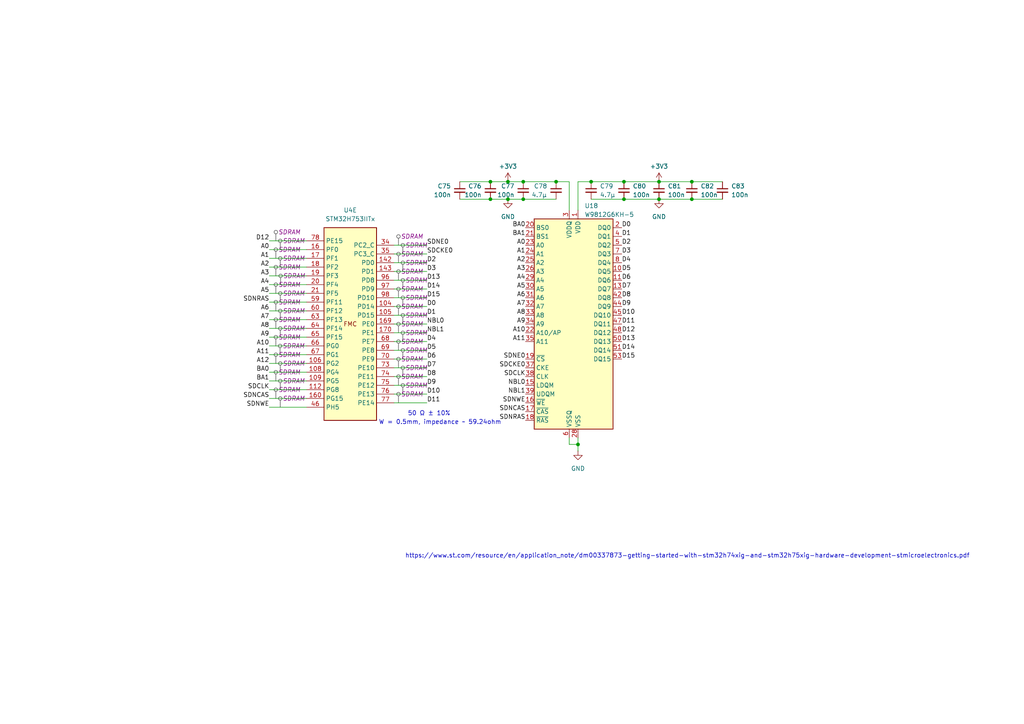
<source format=kicad_sch>
(kicad_sch
	(version 20250114)
	(generator "eeschema")
	(generator_version "9.0")
	(uuid "0913989b-2efd-446d-8300-e7223acbb6bb")
	(paper "A4")
	
	(text "https://www.st.com/resource/en/application_note/dm00337873-getting-started-with-stm32h74xig-and-stm32h75xig-hardware-development-stmicroelectronics.pdf"
		(exclude_from_sim no)
		(at 199.39 161.29 0)
		(effects
			(font
				(size 1.27 1.27)
			)
		)
		(uuid "121a3812-22bd-400b-881f-aded0ed11834")
	)
	(text "W = 0.5mm, impedance ~ 59.24ohm"
		(exclude_from_sim no)
		(at 127.635 122.555 0)
		(effects
			(font
				(size 1.27 1.27)
			)
		)
		(uuid "6a3c503b-5acd-4034-a7ab-93cd0d62afd2")
	)
	(text "50 Ω ± 10%"
		(exclude_from_sim no)
		(at 124.46 120.015 0)
		(effects
			(font
				(size 1.27 1.27)
			)
		)
		(uuid "a7693343-63e5-4bda-bd9f-4b95d66232f6")
	)
	(junction
		(at 151.765 52.705)
		(diameter 0)
		(color 0 0 0 0)
		(uuid "0aa69484-f14c-4d2f-988a-b5e00e4dc40f")
	)
	(junction
		(at 147.32 57.785)
		(diameter 0)
		(color 0 0 0 0)
		(uuid "11befee0-d1a2-45b0-99a7-cc5adc83194e")
	)
	(junction
		(at 191.135 52.705)
		(diameter 0)
		(color 0 0 0 0)
		(uuid "27ce5823-6af6-4015-9a21-24aca58abe74")
	)
	(junction
		(at 142.24 52.705)
		(diameter 0)
		(color 0 0 0 0)
		(uuid "2fbc1244-9b2d-45f4-ba0a-565e5f98c75b")
	)
	(junction
		(at 200.66 52.705)
		(diameter 0)
		(color 0 0 0 0)
		(uuid "30663f78-54af-461f-b8b1-a2669210ff7a")
	)
	(junction
		(at 151.765 57.785)
		(diameter 0)
		(color 0 0 0 0)
		(uuid "33feda7a-3e87-47b0-90ec-e646e78bd1d7")
	)
	(junction
		(at 180.975 57.785)
		(diameter 0)
		(color 0 0 0 0)
		(uuid "45beedf7-5ac3-435a-9a12-82ac83e58923")
	)
	(junction
		(at 167.64 128.905)
		(diameter 0)
		(color 0 0 0 0)
		(uuid "53f3f723-1624-422f-acba-bdd0493a4f41")
	)
	(junction
		(at 180.975 52.705)
		(diameter 0)
		(color 0 0 0 0)
		(uuid "5a0faf0c-ac9c-48e8-853e-40b9e39c20d6")
	)
	(junction
		(at 142.24 57.785)
		(diameter 0)
		(color 0 0 0 0)
		(uuid "8abc452b-4745-4af1-b367-b574916fa45b")
	)
	(junction
		(at 171.45 52.705)
		(diameter 0)
		(color 0 0 0 0)
		(uuid "94e152f6-54a2-4cb6-9522-7b6fb9801810")
	)
	(junction
		(at 191.135 57.785)
		(diameter 0)
		(color 0 0 0 0)
		(uuid "9d492881-f5a7-4070-9bb2-05d9f7015db0")
	)
	(junction
		(at 147.32 52.705)
		(diameter 0)
		(color 0 0 0 0)
		(uuid "bf5e8da2-57ea-4b44-9bcd-e18758a39bc6")
	)
	(junction
		(at 200.66 57.785)
		(diameter 0)
		(color 0 0 0 0)
		(uuid "d09b2dfc-f9c8-45c8-8c8a-d981948d8c11")
	)
	(junction
		(at 161.29 52.705)
		(diameter 0)
		(color 0 0 0 0)
		(uuid "dd8f503a-20e8-4ae4-824b-6177ce44cb3e")
	)
	(wire
		(pts
			(xy 167.64 128.905) (xy 167.64 130.81)
		)
		(stroke
			(width 0)
			(type default)
		)
		(uuid "058f8f2c-a46b-4cc8-a15c-2f38b1d318be")
	)
	(wire
		(pts
			(xy 114.3 73.66) (xy 123.825 73.66)
		)
		(stroke
			(width 0)
			(type default)
		)
		(uuid "0675a0a7-55b2-465c-88e4-c2b52ca4a95f")
	)
	(wire
		(pts
			(xy 133.35 57.785) (xy 142.24 57.785)
		)
		(stroke
			(width 0)
			(type default)
		)
		(uuid "080ed248-06e3-43d6-930d-0132f7cdabba")
	)
	(wire
		(pts
			(xy 147.32 57.785) (xy 151.765 57.785)
		)
		(stroke
			(width 0)
			(type default)
		)
		(uuid "09dd5183-0929-4185-80b9-72958272d40a")
	)
	(wire
		(pts
			(xy 142.24 52.705) (xy 147.32 52.705)
		)
		(stroke
			(width 0)
			(type default)
		)
		(uuid "117b0530-3ccb-4aec-9cf8-172d858796e2")
	)
	(wire
		(pts
			(xy 165.1 52.705) (xy 165.1 60.96)
		)
		(stroke
			(width 0)
			(type default)
		)
		(uuid "155178a5-7148-42a1-95bc-8628b37deadf")
	)
	(wire
		(pts
			(xy 78.105 110.49) (xy 88.9 110.49)
		)
		(stroke
			(width 0)
			(type default)
		)
		(uuid "15f766ee-30b1-47f2-9bd2-347dbd2924fc")
	)
	(wire
		(pts
			(xy 191.135 57.785) (xy 200.66 57.785)
		)
		(stroke
			(width 0)
			(type default)
		)
		(uuid "164fadb8-13c8-40b8-bf6c-ad33a31cf37a")
	)
	(wire
		(pts
			(xy 114.3 86.36) (xy 123.825 86.36)
		)
		(stroke
			(width 0)
			(type default)
		)
		(uuid "17d55c96-be82-4b9a-95ee-05f8fd474e5b")
	)
	(wire
		(pts
			(xy 167.64 127) (xy 167.64 128.905)
		)
		(stroke
			(width 0)
			(type default)
		)
		(uuid "1a8c918f-93ef-4057-9cb6-0ffb43e46534")
	)
	(wire
		(pts
			(xy 78.105 87.63) (xy 88.9 87.63)
		)
		(stroke
			(width 0)
			(type default)
		)
		(uuid "1a91cd41-6e70-4e8f-ae24-aa343aa81b9b")
	)
	(wire
		(pts
			(xy 78.105 92.71) (xy 88.9 92.71)
		)
		(stroke
			(width 0)
			(type default)
		)
		(uuid "1c5c3835-53db-4f46-afe8-996f87f783a3")
	)
	(wire
		(pts
			(xy 161.29 52.705) (xy 165.1 52.705)
		)
		(stroke
			(width 0)
			(type default)
		)
		(uuid "252ff9d6-d9b2-4bfc-a0ee-c0fe5c04ead4")
	)
	(wire
		(pts
			(xy 167.64 60.96) (xy 167.64 52.705)
		)
		(stroke
			(width 0)
			(type default)
		)
		(uuid "2c06a41b-3aac-4d5b-8e5d-94bc3a45c84c")
	)
	(wire
		(pts
			(xy 114.3 106.68) (xy 123.825 106.68)
		)
		(stroke
			(width 0)
			(type default)
		)
		(uuid "2fc244d4-56fc-4471-a6ff-94df4745e812")
	)
	(wire
		(pts
			(xy 114.3 78.74) (xy 123.825 78.74)
		)
		(stroke
			(width 0)
			(type default)
		)
		(uuid "30af72c5-5e02-4ed4-8129-579909937a6a")
	)
	(wire
		(pts
			(xy 78.105 69.85) (xy 88.9 69.85)
		)
		(stroke
			(width 0)
			(type default)
		)
		(uuid "3377f3f7-e58a-4842-a859-6419e876efe9")
	)
	(wire
		(pts
			(xy 180.975 52.705) (xy 191.135 52.705)
		)
		(stroke
			(width 0)
			(type default)
		)
		(uuid "338db336-0ea9-41a9-8017-94538d92c6ef")
	)
	(wire
		(pts
			(xy 114.3 104.14) (xy 123.825 104.14)
		)
		(stroke
			(width 0)
			(type default)
		)
		(uuid "3629cbaf-f246-4602-8480-9734182d2170")
	)
	(wire
		(pts
			(xy 114.3 76.2) (xy 123.825 76.2)
		)
		(stroke
			(width 0)
			(type default)
		)
		(uuid "3738b011-c129-4bac-9838-701252f3ee6a")
	)
	(wire
		(pts
			(xy 142.24 57.785) (xy 147.32 57.785)
		)
		(stroke
			(width 0)
			(type default)
		)
		(uuid "3af0ab08-23e1-4963-9a46-5ad0569a79c6")
	)
	(wire
		(pts
			(xy 78.105 105.41) (xy 88.9 105.41)
		)
		(stroke
			(width 0)
			(type default)
		)
		(uuid "3b9164a2-ba57-4cab-a433-3ba24f8d9f98")
	)
	(wire
		(pts
			(xy 191.135 52.705) (xy 200.66 52.705)
		)
		(stroke
			(width 0)
			(type default)
		)
		(uuid "3d4ab797-391b-410c-ba12-85cc0a0ce1cc")
	)
	(wire
		(pts
			(xy 78.105 80.01) (xy 88.9 80.01)
		)
		(stroke
			(width 0)
			(type default)
		)
		(uuid "3e34e1af-0808-4aeb-9e96-815389881c8e")
	)
	(wire
		(pts
			(xy 200.66 52.705) (xy 209.55 52.705)
		)
		(stroke
			(width 0)
			(type default)
		)
		(uuid "478b0e7b-ed93-4884-813e-b5ba7b4e3fe4")
	)
	(wire
		(pts
			(xy 114.3 81.28) (xy 123.825 81.28)
		)
		(stroke
			(width 0)
			(type default)
		)
		(uuid "4bb367c3-ee7e-4ff0-9316-ad335976d792")
	)
	(wire
		(pts
			(xy 114.3 88.9) (xy 123.825 88.9)
		)
		(stroke
			(width 0)
			(type default)
		)
		(uuid "4cc12404-b601-4108-90ea-949b5c93c517")
	)
	(wire
		(pts
			(xy 133.35 52.705) (xy 142.24 52.705)
		)
		(stroke
			(width 0)
			(type default)
		)
		(uuid "5a549bcb-03da-4709-8ac1-4704b034e93d")
	)
	(wire
		(pts
			(xy 78.105 97.79) (xy 88.9 97.79)
		)
		(stroke
			(width 0)
			(type default)
		)
		(uuid "5d948629-a164-48fc-bc7e-8369979bed75")
	)
	(wire
		(pts
			(xy 114.3 83.82) (xy 123.825 83.82)
		)
		(stroke
			(width 0)
			(type default)
		)
		(uuid "6421b8f9-d0ff-4c8b-a97d-49ccb33fe523")
	)
	(wire
		(pts
			(xy 78.105 102.87) (xy 88.9 102.87)
		)
		(stroke
			(width 0)
			(type default)
		)
		(uuid "65cf59a5-f8ad-4ba2-9742-7e859c4b6a00")
	)
	(wire
		(pts
			(xy 171.45 52.705) (xy 180.975 52.705)
		)
		(stroke
			(width 0)
			(type default)
		)
		(uuid "69870482-4f80-4c80-88ab-bd840453ce69")
	)
	(wire
		(pts
			(xy 114.3 93.98) (xy 123.825 93.98)
		)
		(stroke
			(width 0)
			(type default)
		)
		(uuid "6a16892f-d692-4084-a0ec-9ea54832ce73")
	)
	(wire
		(pts
			(xy 165.1 127) (xy 165.1 128.905)
		)
		(stroke
			(width 0)
			(type default)
		)
		(uuid "70cb0efd-a0a5-4c93-ae47-2d36e3cc3174")
	)
	(wire
		(pts
			(xy 78.105 100.33) (xy 88.9 100.33)
		)
		(stroke
			(width 0)
			(type default)
		)
		(uuid "7102a4df-2ad8-475c-a6f0-e0c8d298bb62")
	)
	(wire
		(pts
			(xy 78.105 113.03) (xy 88.9 113.03)
		)
		(stroke
			(width 0)
			(type default)
		)
		(uuid "719d0f14-55a6-41b0-b77d-a65a70ef44ad")
	)
	(wire
		(pts
			(xy 167.64 52.705) (xy 171.45 52.705)
		)
		(stroke
			(width 0)
			(type default)
		)
		(uuid "72cdd14e-0c46-4139-8a1f-cd045dd05d8a")
	)
	(wire
		(pts
			(xy 78.105 77.47) (xy 88.9 77.47)
		)
		(stroke
			(width 0)
			(type default)
		)
		(uuid "735a2a9a-9e90-4930-a46c-c8a733a02b78")
	)
	(wire
		(pts
			(xy 165.1 128.905) (xy 167.64 128.905)
		)
		(stroke
			(width 0)
			(type default)
		)
		(uuid "736c49fa-6a8c-4466-baa0-959c59b38a6c")
	)
	(wire
		(pts
			(xy 114.3 116.84) (xy 123.825 116.84)
		)
		(stroke
			(width 0)
			(type default)
		)
		(uuid "748eb911-6534-4685-83b6-d40b388a7243")
	)
	(wire
		(pts
			(xy 78.105 90.17) (xy 88.9 90.17)
		)
		(stroke
			(width 0)
			(type default)
		)
		(uuid "7c13b3a8-1c59-409f-bddd-4b12f43aaf5e")
	)
	(wire
		(pts
			(xy 151.765 57.785) (xy 161.29 57.785)
		)
		(stroke
			(width 0)
			(type default)
		)
		(uuid "7f7ff86a-6e63-4a81-9dc5-4018f9bdd9e2")
	)
	(wire
		(pts
			(xy 114.3 101.6) (xy 123.825 101.6)
		)
		(stroke
			(width 0)
			(type default)
		)
		(uuid "84d1743c-d17f-4328-8dc5-c263e10c222d")
	)
	(wire
		(pts
			(xy 114.3 71.12) (xy 123.825 71.12)
		)
		(stroke
			(width 0)
			(type default)
		)
		(uuid "89a9067f-7786-493a-849d-db284a9ec3d1")
	)
	(wire
		(pts
			(xy 114.3 96.52) (xy 123.825 96.52)
		)
		(stroke
			(width 0)
			(type default)
		)
		(uuid "9bb6af4c-caeb-4eab-a910-e3f182165582")
	)
	(wire
		(pts
			(xy 78.105 74.93) (xy 88.9 74.93)
		)
		(stroke
			(width 0)
			(type default)
		)
		(uuid "a31097b4-5873-41c0-9e4e-d814efffd65a")
	)
	(wire
		(pts
			(xy 151.765 52.705) (xy 161.29 52.705)
		)
		(stroke
			(width 0)
			(type default)
		)
		(uuid "a7824cb8-bf75-4f13-a8b9-fa392e816904")
	)
	(wire
		(pts
			(xy 114.3 114.3) (xy 123.825 114.3)
		)
		(stroke
			(width 0)
			(type default)
		)
		(uuid "aa5f3893-1e06-433d-9cf5-b78c8ccaa624")
	)
	(wire
		(pts
			(xy 171.45 57.785) (xy 180.975 57.785)
		)
		(stroke
			(width 0)
			(type default)
		)
		(uuid "ac0d8c0a-3aeb-4891-aefd-31f25bdb4daf")
	)
	(wire
		(pts
			(xy 78.105 85.09) (xy 88.9 85.09)
		)
		(stroke
			(width 0)
			(type default)
		)
		(uuid "ac5fce5b-8c50-42c3-be42-26f32d36da99")
	)
	(wire
		(pts
			(xy 114.3 99.06) (xy 123.825 99.06)
		)
		(stroke
			(width 0)
			(type default)
		)
		(uuid "b1561d85-ab3d-46bd-812b-7493752a176f")
	)
	(wire
		(pts
			(xy 78.105 118.11) (xy 88.9 118.11)
		)
		(stroke
			(width 0)
			(type default)
		)
		(uuid "b1c39eb4-56ac-49db-a8c6-40e383918df3")
	)
	(wire
		(pts
			(xy 147.32 52.705) (xy 151.765 52.705)
		)
		(stroke
			(width 0)
			(type default)
		)
		(uuid "baab7302-9487-4bf9-a2eb-1b59e0c90902")
	)
	(wire
		(pts
			(xy 78.105 82.55) (xy 88.9 82.55)
		)
		(stroke
			(width 0)
			(type default)
		)
		(uuid "bd3ca4cc-502b-42ed-b2de-835287a5b7a3")
	)
	(wire
		(pts
			(xy 114.3 91.44) (xy 123.825 91.44)
		)
		(stroke
			(width 0)
			(type default)
		)
		(uuid "cf22a814-13a2-41f2-ba84-64f5d9cc5746")
	)
	(wire
		(pts
			(xy 78.105 95.25) (xy 88.9 95.25)
		)
		(stroke
			(width 0)
			(type default)
		)
		(uuid "d791f195-0634-4a16-9735-2f51fae5a5b7")
	)
	(wire
		(pts
			(xy 180.975 57.785) (xy 191.135 57.785)
		)
		(stroke
			(width 0)
			(type default)
		)
		(uuid "d89233d2-649d-47a3-821c-32a9b31f9df3")
	)
	(wire
		(pts
			(xy 78.105 107.95) (xy 88.9 107.95)
		)
		(stroke
			(width 0)
			(type default)
		)
		(uuid "d8ec4f49-8782-4c54-a6f4-b8cb606fca5b")
	)
	(wire
		(pts
			(xy 114.3 109.22) (xy 123.825 109.22)
		)
		(stroke
			(width 0)
			(type default)
		)
		(uuid "dfc6dd18-d906-47dc-9065-3e55e0cbc91e")
	)
	(wire
		(pts
			(xy 78.105 72.39) (xy 88.9 72.39)
		)
		(stroke
			(width 0)
			(type default)
		)
		(uuid "e0856081-ab6c-471f-8ffa-cbaa63921a51")
	)
	(wire
		(pts
			(xy 78.105 115.57) (xy 88.9 115.57)
		)
		(stroke
			(width 0)
			(type default)
		)
		(uuid "e4535f87-8ad8-4e5e-8e34-f13b3fa4e802")
	)
	(wire
		(pts
			(xy 114.3 111.76) (xy 123.825 111.76)
		)
		(stroke
			(width 0)
			(type default)
		)
		(uuid "ef2f323c-175d-40da-9f9c-1a6a4c31ae89")
	)
	(wire
		(pts
			(xy 200.66 57.785) (xy 209.55 57.785)
		)
		(stroke
			(width 0)
			(type default)
		)
		(uuid "f0012eb3-c4ad-4698-aaae-bb0803b9475f")
	)
	(label "D12"
		(at 78.105 69.85 180)
		(effects
			(font
				(size 1.27 1.27)
			)
			(justify right bottom)
		)
		(uuid "0148ff1c-802a-4b5c-87a0-2768f63d09a4")
	)
	(label "D1"
		(at 123.825 91.44 0)
		(effects
			(font
				(size 1.27 1.27)
			)
			(justify left bottom)
		)
		(uuid "06cb09c2-6508-4990-a806-0958b97fc858")
	)
	(label "A5"
		(at 78.105 85.09 180)
		(effects
			(font
				(size 1.27 1.27)
			)
			(justify right bottom)
		)
		(uuid "0941aa11-9296-42fc-8947-f29908db3124")
	)
	(label "A6"
		(at 78.105 90.17 180)
		(effects
			(font
				(size 1.27 1.27)
			)
			(justify right bottom)
		)
		(uuid "15f17cf4-7fbb-4d7c-9fa6-03037f7baa41")
	)
	(label "SDCKE0"
		(at 152.4 106.68 180)
		(effects
			(font
				(size 1.27 1.27)
			)
			(justify right bottom)
		)
		(uuid "1638c7d9-500f-4a1e-a00d-6a4951314378")
	)
	(label "D7"
		(at 180.34 83.82 0)
		(effects
			(font
				(size 1.27 1.27)
			)
			(justify left bottom)
		)
		(uuid "1a0e440a-1769-43ea-876a-ae9d74ee52f3")
	)
	(label "D9"
		(at 123.825 111.76 0)
		(effects
			(font
				(size 1.27 1.27)
			)
			(justify left bottom)
		)
		(uuid "21908c11-ad25-43b4-9392-e1c078a4705b")
	)
	(label "SDCLK"
		(at 78.105 113.03 180)
		(effects
			(font
				(size 1.27 1.27)
			)
			(justify right bottom)
		)
		(uuid "25cb6843-c5df-46da-86e8-968cba44fe2b")
	)
	(label "SDNCAS"
		(at 78.105 115.57 180)
		(effects
			(font
				(size 1.27 1.27)
			)
			(justify right bottom)
		)
		(uuid "2b71e796-0e65-4d3b-9204-19ff36a6f108")
	)
	(label "A2"
		(at 78.105 77.47 180)
		(effects
			(font
				(size 1.27 1.27)
			)
			(justify right bottom)
		)
		(uuid "2d32f54a-c8a4-4bfd-b32d-de4bbeabe75d")
	)
	(label "A3"
		(at 78.105 80.01 180)
		(effects
			(font
				(size 1.27 1.27)
			)
			(justify right bottom)
		)
		(uuid "3492a51d-2fec-4e46-93f1-bb5c390ce868")
	)
	(label "A0"
		(at 78.105 72.39 180)
		(effects
			(font
				(size 1.27 1.27)
			)
			(justify right bottom)
		)
		(uuid "36e4077e-9f4c-4407-b356-ab0c9f9f81ae")
	)
	(label "A11"
		(at 78.105 102.87 180)
		(effects
			(font
				(size 1.27 1.27)
			)
			(justify right bottom)
		)
		(uuid "38143824-fc0e-4486-bf53-aef063a6fe3e")
	)
	(label "D3"
		(at 123.825 78.74 0)
		(effects
			(font
				(size 1.27 1.27)
			)
			(justify left bottom)
		)
		(uuid "393e4245-b609-447d-b906-7f4d563915a0")
	)
	(label "NBL1"
		(at 123.825 96.52 0)
		(effects
			(font
				(size 1.27 1.27)
			)
			(justify left bottom)
		)
		(uuid "3a9fd6e6-e8e1-4cc9-8770-bb925eca4279")
	)
	(label "SDNE0"
		(at 123.825 71.12 0)
		(effects
			(font
				(size 1.27 1.27)
			)
			(justify left bottom)
		)
		(uuid "40eb25ea-6771-49dc-9498-f3ae1b9ca5ff")
	)
	(label "D6"
		(at 123.825 104.14 0)
		(effects
			(font
				(size 1.27 1.27)
			)
			(justify left bottom)
		)
		(uuid "41cecaa5-128e-4bce-ae82-e77692b24869")
	)
	(label "D8"
		(at 180.34 86.36 0)
		(effects
			(font
				(size 1.27 1.27)
			)
			(justify left bottom)
		)
		(uuid "4457e67b-5b98-4aa7-985a-6d40a322a70d")
	)
	(label "NBL1"
		(at 152.4 114.3 180)
		(effects
			(font
				(size 1.27 1.27)
			)
			(justify right bottom)
		)
		(uuid "45ac0c0a-4c6e-461d-8e74-df7b2e9e1cb7")
	)
	(label "A5"
		(at 152.4 83.82 180)
		(effects
			(font
				(size 1.27 1.27)
			)
			(justify right bottom)
		)
		(uuid "45c71e89-7619-4845-8168-c2f3fac00389")
	)
	(label "SDCKE0"
		(at 123.825 73.66 0)
		(effects
			(font
				(size 1.27 1.27)
			)
			(justify left bottom)
		)
		(uuid "4abb3ef1-a022-4fe2-8c00-960edf75cbea")
	)
	(label "D15"
		(at 123.825 86.36 0)
		(effects
			(font
				(size 1.27 1.27)
			)
			(justify left bottom)
		)
		(uuid "4b0902ac-0e43-497a-9ee7-6a4cd1bca6da")
	)
	(label "A10"
		(at 152.4 96.52 180)
		(effects
			(font
				(size 1.27 1.27)
			)
			(justify right bottom)
		)
		(uuid "4c29ca21-8cfc-4f91-b339-80229decd2af")
	)
	(label "SDNCAS"
		(at 152.4 119.38 180)
		(effects
			(font
				(size 1.27 1.27)
			)
			(justify right bottom)
		)
		(uuid "4dfc98cd-8e56-4725-ab1a-b5f5ffd03048")
	)
	(label "SDNWE"
		(at 78.105 118.11 180)
		(effects
			(font
				(size 1.27 1.27)
			)
			(justify right bottom)
		)
		(uuid "4eda3f7f-5409-4a2a-9ba6-00d5c532b3b8")
	)
	(label "D12"
		(at 180.34 96.52 0)
		(effects
			(font
				(size 1.27 1.27)
			)
			(justify left bottom)
		)
		(uuid "4ee20a3c-d4e6-4f6a-bd2e-505232c319a9")
	)
	(label "A8"
		(at 78.105 95.25 180)
		(effects
			(font
				(size 1.27 1.27)
			)
			(justify right bottom)
		)
		(uuid "513ac848-c506-4937-9c58-9ce752ab7cba")
	)
	(label "A12"
		(at 78.105 105.41 180)
		(effects
			(font
				(size 1.27 1.27)
			)
			(justify right bottom)
		)
		(uuid "56926d10-ce90-41f7-b3f8-b1c8953f8773")
	)
	(label "D5"
		(at 123.825 101.6 0)
		(effects
			(font
				(size 1.27 1.27)
			)
			(justify left bottom)
		)
		(uuid "59049c41-a3fa-4111-b29e-77125bddbf2c")
	)
	(label "A10"
		(at 78.105 100.33 180)
		(effects
			(font
				(size 1.27 1.27)
			)
			(justify right bottom)
		)
		(uuid "59aa6d58-8a73-4be6-ac42-c56869f8bfe5")
	)
	(label "BA0"
		(at 152.4 66.04 180)
		(effects
			(font
				(size 1.27 1.27)
			)
			(justify right bottom)
		)
		(uuid "5a1c4677-e92e-496f-938d-5b0499925bb3")
	)
	(label "A7"
		(at 152.4 88.9 180)
		(effects
			(font
				(size 1.27 1.27)
			)
			(justify right bottom)
		)
		(uuid "5ae47d2a-3b28-406e-8fcd-452e509cd35f")
	)
	(label "D2"
		(at 180.34 71.12 0)
		(effects
			(font
				(size 1.27 1.27)
			)
			(justify left bottom)
		)
		(uuid "5cb57f0f-6268-403e-a348-c473c2478daf")
	)
	(label "NBL0"
		(at 152.4 111.76 180)
		(effects
			(font
				(size 1.27 1.27)
			)
			(justify right bottom)
		)
		(uuid "6009ff1d-3f06-4de7-b006-789847dfeded")
	)
	(label "D4"
		(at 180.34 76.2 0)
		(effects
			(font
				(size 1.27 1.27)
			)
			(justify left bottom)
		)
		(uuid "6317de6c-01b3-4050-81c9-b8070aa25c2b")
	)
	(label "D14"
		(at 123.825 83.82 0)
		(effects
			(font
				(size 1.27 1.27)
			)
			(justify left bottom)
		)
		(uuid "6573dae9-d4cf-4279-8abf-3d100fbd8fb2")
	)
	(label "A6"
		(at 152.4 86.36 180)
		(effects
			(font
				(size 1.27 1.27)
			)
			(justify right bottom)
		)
		(uuid "6826ccf0-21c6-4d35-992d-ce08198a5334")
	)
	(label "D6"
		(at 180.34 81.28 0)
		(effects
			(font
				(size 1.27 1.27)
			)
			(justify left bottom)
		)
		(uuid "6aa5b2c4-13aa-4ffd-b89c-5b22a0f5d27c")
	)
	(label "BA0"
		(at 78.105 107.95 180)
		(effects
			(font
				(size 1.27 1.27)
			)
			(justify right bottom)
		)
		(uuid "6b9f2fe1-f355-4237-bb7e-7598aadc0560")
	)
	(label "A9"
		(at 78.105 97.79 180)
		(effects
			(font
				(size 1.27 1.27)
			)
			(justify right bottom)
		)
		(uuid "6dfc2139-ee9c-4ead-8018-b2ba0b84f9dc")
	)
	(label "D9"
		(at 180.34 88.9 0)
		(effects
			(font
				(size 1.27 1.27)
			)
			(justify left bottom)
		)
		(uuid "6f00e29a-e82c-4540-a4fe-04abaeee488f")
	)
	(label "A11"
		(at 152.4 99.06 180)
		(effects
			(font
				(size 1.27 1.27)
			)
			(justify right bottom)
		)
		(uuid "70153028-d456-4278-8e63-1e02e11aeadb")
	)
	(label "D0"
		(at 123.825 88.9 0)
		(effects
			(font
				(size 1.27 1.27)
			)
			(justify left bottom)
		)
		(uuid "72919f97-fb5d-466c-a04b-10d6e10d69c6")
	)
	(label "D15"
		(at 180.34 104.14 0)
		(effects
			(font
				(size 1.27 1.27)
			)
			(justify left bottom)
		)
		(uuid "74c938b9-4a89-404d-b445-53ee8920cac6")
	)
	(label "D0"
		(at 180.34 66.04 0)
		(effects
			(font
				(size 1.27 1.27)
			)
			(justify left bottom)
		)
		(uuid "76dde709-3a15-4237-8542-7209bc12ecd6")
	)
	(label "D2"
		(at 123.825 76.2 0)
		(effects
			(font
				(size 1.27 1.27)
			)
			(justify left bottom)
		)
		(uuid "78de6bf3-0fd9-4dca-aa4c-1c7fabad124d")
	)
	(label "SDCLK"
		(at 152.4 109.22 180)
		(effects
			(font
				(size 1.27 1.27)
			)
			(justify right bottom)
		)
		(uuid "82000398-a4c2-45ad-ac53-caaef3c3e3e2")
	)
	(label "A3"
		(at 152.4 78.74 180)
		(effects
			(font
				(size 1.27 1.27)
			)
			(justify right bottom)
		)
		(uuid "88d0b4b1-6fc4-4291-b24e-507556bad874")
	)
	(label "D11"
		(at 123.825 116.84 0)
		(effects
			(font
				(size 1.27 1.27)
			)
			(justify left bottom)
		)
		(uuid "8a55056b-ea04-4d1f-a4ab-bbe27720b48f")
	)
	(label "D14"
		(at 180.34 101.6 0)
		(effects
			(font
				(size 1.27 1.27)
			)
			(justify left bottom)
		)
		(uuid "8b46704e-5f67-49e0-9c95-3d78cf3e4d5b")
	)
	(label "D13"
		(at 123.825 81.28 0)
		(effects
			(font
				(size 1.27 1.27)
			)
			(justify left bottom)
		)
		(uuid "8c014b5b-cc1d-46a9-9ab5-3f55257ed521")
	)
	(label "A4"
		(at 78.105 82.55 180)
		(effects
			(font
				(size 1.27 1.27)
			)
			(justify right bottom)
		)
		(uuid "8d7ca9ec-e657-42bb-aedd-c88a8fcb1e0d")
	)
	(label "D5"
		(at 180.34 78.74 0)
		(effects
			(font
				(size 1.27 1.27)
			)
			(justify left bottom)
		)
		(uuid "8d7d1b96-7414-4fc0-8313-14d7648d68e8")
	)
	(label "SDNRAS"
		(at 78.105 87.63 180)
		(effects
			(font
				(size 1.27 1.27)
			)
			(justify right bottom)
		)
		(uuid "8dac3b17-c085-4dc4-879e-1d935c637f96")
	)
	(label "A2"
		(at 152.4 76.2 180)
		(effects
			(font
				(size 1.27 1.27)
			)
			(justify right bottom)
		)
		(uuid "998567a5-8f1c-4683-ade1-b250df05f6ad")
	)
	(label "D7"
		(at 123.825 106.68 0)
		(effects
			(font
				(size 1.27 1.27)
			)
			(justify left bottom)
		)
		(uuid "a1c4a694-bdcd-4d3c-9318-e9ee53e960d9")
	)
	(label "D11"
		(at 180.34 93.98 0)
		(effects
			(font
				(size 1.27 1.27)
			)
			(justify left bottom)
		)
		(uuid "a2deb507-7bf3-432e-8e2d-5f74bb6ef920")
	)
	(label "D13"
		(at 180.34 99.06 0)
		(effects
			(font
				(size 1.27 1.27)
			)
			(justify left bottom)
		)
		(uuid "a668203f-c64d-4a1c-b18e-81c9809f7f8c")
	)
	(label "D3"
		(at 180.34 73.66 0)
		(effects
			(font
				(size 1.27 1.27)
			)
			(justify left bottom)
		)
		(uuid "ab2bee55-6239-47aa-ab4b-ea42ccb99270")
	)
	(label "A1"
		(at 78.105 74.93 180)
		(effects
			(font
				(size 1.27 1.27)
			)
			(justify right bottom)
		)
		(uuid "aff7619a-0e73-4feb-a896-5b5914297aaf")
	)
	(label "D10"
		(at 123.825 114.3 0)
		(effects
			(font
				(size 1.27 1.27)
			)
			(justify left bottom)
		)
		(uuid "b45b765a-41e6-41d5-b967-4411db39a889")
	)
	(label "BA1"
		(at 152.4 68.58 180)
		(effects
			(font
				(size 1.27 1.27)
			)
			(justify right bottom)
		)
		(uuid "b75904f6-234c-4a4f-880f-eab35a2f4eb2")
	)
	(label "D8"
		(at 123.825 109.22 0)
		(effects
			(font
				(size 1.27 1.27)
			)
			(justify left bottom)
		)
		(uuid "ba4848a3-5b64-4f27-a85f-d800cf574e22")
	)
	(label "A0"
		(at 152.4 71.12 180)
		(effects
			(font
				(size 1.27 1.27)
			)
			(justify right bottom)
		)
		(uuid "c08a8765-9ef4-45ee-b56a-1b014d9864ec")
	)
	(label "A7"
		(at 78.105 92.71 180)
		(effects
			(font
				(size 1.27 1.27)
			)
			(justify right bottom)
		)
		(uuid "c1ed32a1-65a9-47fc-85b4-59452bb2ab0e")
	)
	(label "A9"
		(at 152.4 93.98 180)
		(effects
			(font
				(size 1.27 1.27)
			)
			(justify right bottom)
		)
		(uuid "c5d75c82-5a43-48f6-a443-81f9e534a004")
	)
	(label "A8"
		(at 152.4 91.44 180)
		(effects
			(font
				(size 1.27 1.27)
			)
			(justify right bottom)
		)
		(uuid "cd4c8f2b-3477-4834-aa89-43b1801ff30e")
	)
	(label "D1"
		(at 180.34 68.58 0)
		(effects
			(font
				(size 1.27 1.27)
			)
			(justify left bottom)
		)
		(uuid "ce380d0d-d666-470d-ae69-a6dfa300be2a")
	)
	(label "SDNWE"
		(at 152.4 116.84 180)
		(effects
			(font
				(size 1.27 1.27)
			)
			(justify right bottom)
		)
		(uuid "d1b1a6db-78b5-4c15-88a5-e400a8c2725b")
	)
	(label "D4"
		(at 123.825 99.06 0)
		(effects
			(font
				(size 1.27 1.27)
			)
			(justify left bottom)
		)
		(uuid "d781b2f0-7cb6-4c5e-8169-8e8139773722")
	)
	(label "A1"
		(at 152.4 73.66 180)
		(effects
			(font
				(size 1.27 1.27)
			)
			(justify right bottom)
		)
		(uuid "e33db6a4-57e4-474f-9d2d-4cf59e01794b")
	)
	(label "SDNE0"
		(at 152.4 104.14 180)
		(effects
			(font
				(size 1.27 1.27)
			)
			(justify right bottom)
		)
		(uuid "e8ddd02c-521f-4db1-ac16-a6b566f0f2de")
	)
	(label "SDNRAS"
		(at 152.4 121.92 180)
		(effects
			(font
				(size 1.27 1.27)
			)
			(justify right bottom)
		)
		(uuid "ef0fc81c-1a52-43ab-b931-f4d275bbd13f")
	)
	(label "D10"
		(at 180.34 91.44 0)
		(effects
			(font
				(size 1.27 1.27)
			)
			(justify left bottom)
		)
		(uuid "f43d4dd0-e2a4-433b-b4de-937e7189b3d5")
	)
	(label "NBL0"
		(at 123.825 93.98 0)
		(effects
			(font
				(size 1.27 1.27)
			)
			(justify left bottom)
		)
		(uuid "fa0ad51c-b4e4-4bc5-825f-38de14ca8e6d")
	)
	(label "BA1"
		(at 78.105 110.49 180)
		(effects
			(font
				(size 1.27 1.27)
			)
			(justify right bottom)
		)
		(uuid "fa96986b-9eac-4c54-bee5-5f71896fbb61")
	)
	(label "A4"
		(at 152.4 81.28 180)
		(effects
			(font
				(size 1.27 1.27)
			)
			(justify right bottom)
		)
		(uuid "fc5695f4-b76f-459e-a4ba-c35a07dc77d2")
	)
	(netclass_flag ""
		(length 2.54)
		(shape round)
		(at 80.01 74.93 0)
		(fields_autoplaced yes)
		(effects
			(font
				(size 1.27 1.27)
			)
			(justify left bottom)
		)
		(uuid "034c554b-a48f-4353-8d3d-b19d60a9ad57")
		(property "Netclass" "SDRAM"
			(at 80.7085 72.39 0)
			(effects
				(font
					(size 1.27 1.27)
					(italic yes)
				)
				(justify left)
			)
		)
	)
	(netclass_flag ""
		(length 2.54)
		(shape round)
		(at 80.01 85.09 0)
		(fields_autoplaced yes)
		(effects
			(font
				(size 1.27 1.27)
			)
			(justify left bottom)
		)
		(uuid "0b86b4b1-0c41-48b9-91e6-b20ffeb6bfda")
		(property "Netclass" "SDRAM"
			(at 80.7085 82.55 0)
			(effects
				(font
					(size 1.27 1.27)
					(italic yes)
				)
				(justify left)
			)
		)
	)
	(netclass_flag ""
		(length 2.54)
		(shape round)
		(at 80.01 105.41 0)
		(fields_autoplaced yes)
		(effects
			(font
				(size 1.27 1.27)
			)
			(justify left bottom)
		)
		(uuid "10853d2a-4e1f-487f-b19b-0137ecb3f41c")
		(property "Netclass" "SDRAM"
			(at 80.7085 102.87 0)
			(effects
				(font
					(size 1.27 1.27)
					(italic yes)
				)
				(justify left)
			)
		)
	)
	(netclass_flag ""
		(length 2.54)
		(shape round)
		(at 81.28 72.39 0)
		(fields_autoplaced yes)
		(effects
			(font
				(size 1.27 1.27)
			)
			(justify left bottom)
		)
		(uuid "12f4b366-f0e1-40bb-b26a-34c96637bc77")
		(property "Netclass" "SDRAM"
			(at 81.9785 69.85 0)
			(effects
				(font
					(size 1.27 1.27)
					(italic yes)
				)
				(justify left)
			)
		)
	)
	(netclass_flag ""
		(length 2.54)
		(shape round)
		(at 81.2254 102.87 0)
		(fields_autoplaced yes)
		(effects
			(font
				(size 1.27 1.27)
			)
			(justify left bottom)
		)
		(uuid "1e30520e-e826-487b-b145-6b3104fcfead")
		(property "Netclass" "SDRAM"
			(at 81.9239 100.33 0)
			(effects
				(font
					(size 1.27 1.27)
					(italic yes)
				)
				(justify left)
			)
		)
	)
	(netclass_flag ""
		(length 2.54)
		(shape round)
		(at 115.57 106.68 0)
		(fields_autoplaced yes)
		(effects
			(font
				(size 1.27 1.27)
			)
			(justify left bottom)
		)
		(uuid "1ff7d4c3-58ae-4952-945d-024dff9e0340")
		(property "Netclass" "SDRAM"
			(at 116.2685 104.14 0)
			(effects
				(font
					(size 1.27 1.27)
					(italic yes)
				)
				(justify left)
			)
		)
	)
	(netclass_flag ""
		(length 2.54)
		(shape round)
		(at 81.28 77.47 0)
		(fields_autoplaced yes)
		(effects
			(font
				(size 1.27 1.27)
			)
			(justify left bottom)
		)
		(uuid "236a4052-0f75-47cf-a30b-861816f90fa2")
		(property "Netclass" "SDRAM"
			(at 81.9785 74.93 0)
			(effects
				(font
					(size 1.27 1.27)
					(italic yes)
				)
				(justify left)
			)
		)
	)
	(netclass_flag ""
		(length 2.54)
		(shape round)
		(at 115.57 96.52 0)
		(fields_autoplaced yes)
		(effects
			(font
				(size 1.27 1.27)
			)
			(justify left bottom)
		)
		(uuid "2a5cb88a-e37f-42d8-ad01-5ffb4c973a75")
		(property "Netclass" "SDRAM"
			(at 116.2685 93.98 0)
			(effects
				(font
					(size 1.27 1.27)
					(italic yes)
				)
				(justify left)
			)
		)
	)
	(netclass_flag ""
		(length 2.54)
		(shape round)
		(at 116.84 73.66 0)
		(fields_autoplaced yes)
		(effects
			(font
				(size 1.27 1.27)
			)
			(justify left bottom)
		)
		(uuid "37bc677b-f413-4481-aca4-44ad6f28a418")
		(property "Netclass" "SDRAM"
			(at 117.5385 71.12 0)
			(effects
				(font
					(size 1.27 1.27)
					(italic yes)
				)
				(justify left)
			)
		)
	)
	(netclass_flag ""
		(length 2.54)
		(shape round)
		(at 81.28 113.03 0)
		(fields_autoplaced yes)
		(effects
			(font
				(size 1.27 1.27)
			)
			(justify left bottom)
		)
		(uuid "38438e82-5916-4369-9819-88cd8734d697")
		(property "Netclass" "SDRAM"
			(at 81.9785 110.49 0)
			(effects
				(font
					(size 1.27 1.27)
					(italic yes)
				)
				(justify left)
			)
		)
	)
	(netclass_flag ""
		(length 2.54)
		(shape round)
		(at 80.01 100.33 0)
		(fields_autoplaced yes)
		(effects
			(font
				(size 1.27 1.27)
			)
			(justify left bottom)
		)
		(uuid "4497be58-93f3-4c59-b0b9-ee5f45773846")
		(property "Netclass" "SDRAM"
			(at 80.7085 97.79 0)
			(effects
				(font
					(size 1.27 1.27)
					(italic yes)
				)
				(justify left)
			)
		)
	)
	(netclass_flag ""
		(length 2.54)
		(shape round)
		(at 115.57 111.76 0)
		(fields_autoplaced yes)
		(effects
			(font
				(size 1.27 1.27)
			)
			(justify left bottom)
		)
		(uuid "4fa4bab6-b5b7-432b-979e-55ed1d5fc9f3")
		(property "Netclass" "SDRAM"
			(at 116.2685 109.22 0)
			(effects
				(font
					(size 1.27 1.27)
					(italic yes)
				)
				(justify left)
			)
		)
	)
	(netclass_flag ""
		(length 2.54)
		(shape round)
		(at 115.57 71.12 0)
		(fields_autoplaced yes)
		(effects
			(font
				(size 1.27 1.27)
			)
			(justify left bottom)
		)
		(uuid "5323971b-dca1-44a8-b8f8-3a0cd7753891")
		(property "Netclass" "SDRAM"
			(at 116.2685 68.58 0)
			(effects
				(font
					(size 1.27 1.27)
					(italic yes)
				)
				(justify left)
			)
		)
	)
	(netclass_flag ""
		(length 2.54)
		(shape round)
		(at 116.84 109.22 0)
		(fields_autoplaced yes)
		(effects
			(font
				(size 1.27 1.27)
			)
			(justify left bottom)
		)
		(uuid "550dc270-b41d-4eb0-92d1-5f1adc95c354")
		(property "Netclass" "SDRAM"
			(at 117.5385 106.68 0)
			(effects
				(font
					(size 1.27 1.27)
					(italic yes)
				)
				(justify left)
			)
		)
	)
	(netclass_flag ""
		(length 2.54)
		(shape round)
		(at 116.84 88.9 0)
		(fields_autoplaced yes)
		(effects
			(font
				(size 1.27 1.27)
			)
			(justify left bottom)
		)
		(uuid "5c5cadce-0761-4b49-94df-66c347c56eff")
		(property "Netclass" "SDRAM"
			(at 117.5385 86.36 0)
			(effects
				(font
					(size 1.27 1.27)
					(italic yes)
				)
				(justify left)
			)
		)
	)
	(netclass_flag ""
		(length 2.54)
		(shape round)
		(at 115.57 91.44 0)
		(fields_autoplaced yes)
		(effects
			(font
				(size 1.27 1.27)
			)
			(justify left bottom)
		)
		(uuid "5ce63a76-a05d-4657-8976-1273e8f766dd")
		(property "Netclass" "SDRAM"
			(at 116.2685 88.9 0)
			(effects
				(font
					(size 1.27 1.27)
					(italic yes)
				)
				(justify left)
			)
		)
	)
	(netclass_flag ""
		(length 2.54)
		(shape round)
		(at 81.28 87.63 0)
		(fields_autoplaced yes)
		(effects
			(font
				(size 1.27 1.27)
			)
			(justify left bottom)
		)
		(uuid "66483bd0-8c4a-4cfe-82ad-10e2c53214a1")
		(property "Netclass" "SDRAM"
			(at 81.9785 85.09 0)
			(effects
				(font
					(size 1.27 1.27)
					(italic yes)
				)
				(justify left)
			)
		)
	)
	(netclass_flag ""
		(length 2.54)
		(shape round)
		(at 116.84 93.98 0)
		(fields_autoplaced yes)
		(effects
			(font
				(size 1.27 1.27)
			)
			(justify left bottom)
		)
		(uuid "6aa5458d-7db9-48c6-9834-3bd62578f1d6")
		(property "Netclass" "SDRAM"
			(at 117.5385 91.44 0)
			(effects
				(font
					(size 1.27 1.27)
					(italic yes)
				)
				(justify left)
			)
		)
	)
	(netclass_flag ""
		(length 2.54)
		(shape round)
		(at 116.84 114.3 0)
		(fields_autoplaced yes)
		(effects
			(font
				(size 1.27 1.27)
			)
			(justify left bottom)
		)
		(uuid "797d3a47-8dda-4ff3-8d6c-199e052eb191")
		(property "Netclass" "SDRAM"
			(at 117.5385 111.76 0)
			(effects
				(font
					(size 1.27 1.27)
					(italic yes)
				)
				(justify left)
			)
		)
	)
	(netclass_flag ""
		(length 2.54)
		(shape round)
		(at 115.57 81.28 0)
		(fields_autoplaced yes)
		(effects
			(font
				(size 1.27 1.27)
			)
			(justify left bottom)
		)
		(uuid "8536c341-7cf2-44f8-95a8-a4fa26d5e928")
		(property "Netclass" "SDRAM"
			(at 116.2685 78.74 0)
			(effects
				(font
					(size 1.27 1.27)
					(italic yes)
				)
				(justify left)
			)
		)
	)
	(netclass_flag ""
		(length 2.54)
		(shape round)
		(at 80.01 115.57 0)
		(fields_autoplaced yes)
		(effects
			(font
				(size 1.27 1.27)
			)
			(justify left bottom)
		)
		(uuid "9b960155-7f3b-4294-b2f8-d396fa80a6c6")
		(property "Netclass" "SDRAM"
			(at 80.7085 113.03 0)
			(effects
				(font
					(size 1.27 1.27)
					(italic yes)
				)
				(justify left)
			)
		)
	)
	(netclass_flag ""
		(length 2.54)
		(shape round)
		(at 116.84 83.82 0)
		(fields_autoplaced yes)
		(effects
			(font
				(size 1.27 1.27)
			)
			(justify left bottom)
		)
		(uuid "9ea858f4-154a-4950-a1ad-11a7baecd815")
		(property "Netclass" "SDRAM"
			(at 117.5385 81.28 0)
			(effects
				(font
					(size 1.27 1.27)
					(italic yes)
				)
				(justify left)
			)
		)
	)
	(netclass_flag ""
		(length 2.54)
		(shape round)
		(at 80.01 110.49 0)
		(fields_autoplaced yes)
		(effects
			(font
				(size 1.27 1.27)
			)
			(justify left bottom)
		)
		(uuid "a25bcab9-dfe0-4d90-98c7-7d2b7fdf36a7")
		(property "Netclass" "SDRAM"
			(at 80.7085 107.95 0)
			(effects
				(font
					(size 1.27 1.27)
					(italic yes)
				)
				(justify left)
			)
		)
	)
	(netclass_flag ""
		(length 2.54)
		(shape round)
		(at 80.01 95.25 0)
		(fields_autoplaced yes)
		(effects
			(font
				(size 1.27 1.27)
			)
			(justify left bottom)
		)
		(uuid "ac5d33f8-d0cb-47ee-bc0f-1fd419830c2c")
		(property "Netclass" "SDRAM"
			(at 80.7085 92.71 0)
			(effects
				(font
					(size 1.27 1.27)
					(italic yes)
				)
				(justify left)
			)
		)
	)
	(netclass_flag ""
		(length 2.54)
		(shape round)
		(at 80.01 90.17 0)
		(fields_autoplaced yes)
		(effects
			(font
				(size 1.27 1.27)
			)
			(justify left bottom)
		)
		(uuid "b02aedb8-3681-4405-b10f-195b2af3b17b")
		(property "Netclass" "SDRAM"
			(at 80.7085 87.63 0)
			(effects
				(font
					(size 1.27 1.27)
					(italic yes)
				)
				(justify left)
			)
		)
	)
	(netclass_flag ""
		(length 2.54)
		(shape round)
		(at 81.3812 82.55 0)
		(fields_autoplaced yes)
		(effects
			(font
				(size 1.27 1.27)
			)
			(justify left bottom)
		)
		(uuid "b3446e38-2e30-4839-a35b-d50cc1afddc8")
		(property "Netclass" "SDRAM"
			(at 82.0797 80.01 0)
			(effects
				(font
					(size 1.27 1.27)
					(italic yes)
				)
				(justify left)
			)
		)
	)
	(netclass_flag ""
		(length 2.54)
		(shape round)
		(at 81.28 118.11 0)
		(fields_autoplaced yes)
		(effects
			(font
				(size 1.27 1.27)
			)
			(justify left bottom)
		)
		(uuid "b7b789ac-006a-4295-bca0-c5471687deb9")
		(property "Netclass" "SDRAM"
			(at 81.9785 115.57 0)
			(effects
				(font
					(size 1.27 1.27)
					(italic yes)
				)
				(justify left)
			)
		)
	)
	(netclass_flag ""
		(length 2.54)
		(shape round)
		(at 115.57 86.36 0)
		(fields_autoplaced yes)
		(effects
			(font
				(size 1.27 1.27)
			)
			(justify left bottom)
		)
		(uuid "b902fba2-cec2-441e-bf59-1b6792fa5933")
		(property "Netclass" "SDRAM"
			(at 116.2685 83.82 0)
			(effects
				(font
					(size 1.27 1.27)
					(italic yes)
				)
				(justify left)
			)
		)
	)
	(netclass_flag ""
		(length 2.54)
		(shape round)
		(at 81.28 97.79 0)
		(fields_autoplaced yes)
		(effects
			(font
				(size 1.27 1.27)
			)
			(justify left bottom)
		)
		(uuid "c0e61053-c13f-47b9-bcdb-e4e38f68352c")
		(property "Netclass" "SDRAM"
			(at 81.9785 95.25 0)
			(effects
				(font
					(size 1.27 1.27)
					(italic yes)
				)
				(justify left)
			)
		)
	)
	(netclass_flag ""
		(length 2.54)
		(shape round)
		(at 116.84 104.14 0)
		(fields_autoplaced yes)
		(effects
			(font
				(size 1.27 1.27)
			)
			(justify left bottom)
		)
		(uuid "c5b5b491-01e1-4bdf-8ac8-9d627f00b0c1")
		(property "Netclass" "SDRAM"
			(at 117.5385 101.6 0)
			(effects
				(font
					(size 1.27 1.27)
					(italic yes)
				)
				(justify left)
			)
		)
	)
	(netclass_flag ""
		(length 2.54)
		(shape round)
		(at 116.84 78.74 0)
		(fields_autoplaced yes)
		(effects
			(font
				(size 1.27 1.27)
			)
			(justify left bottom)
		)
		(uuid "e2114737-3a66-426f-b8c0-3bed4acb76c0")
		(property "Netclass" "SDRAM"
			(at 117.5385 76.2 0)
			(effects
				(font
					(size 1.27 1.27)
					(italic yes)
				)
				(justify left)
			)
		)
	)
	(netclass_flag ""
		(length 2.54)
		(shape round)
		(at 115.57 76.2 0)
		(fields_autoplaced yes)
		(effects
			(font
				(size 1.27 1.27)
			)
			(justify left bottom)
		)
		(uuid "e2e7affe-6d91-4979-99ae-b9f824f3ab0d")
		(property "Netclass" "SDRAM"
			(at 116.2685 73.66 0)
			(effects
				(font
					(size 1.27 1.27)
					(italic yes)
				)
				(justify left)
			)
		)
	)
	(netclass_flag ""
		(length 2.54)
		(shape round)
		(at 115.57 101.6 0)
		(fields_autoplaced yes)
		(effects
			(font
				(size 1.27 1.27)
			)
			(justify left bottom)
		)
		(uuid "e86ec394-cf6c-45be-bb5f-6ae1cf218094")
		(property "Netclass" "SDRAM"
			(at 116.2685 99.06 0)
			(effects
				(font
					(size 1.27 1.27)
					(italic yes)
				)
				(justify left)
			)
		)
	)
	(netclass_flag ""
		(length 2.54)
		(shape round)
		(at 81.28 92.71 0)
		(fields_autoplaced yes)
		(effects
			(font
				(size 1.27 1.27)
			)
			(justify left bottom)
		)
		(uuid "e9760f64-affe-4672-ade8-8976e1baf551")
		(property "Netclass" "SDRAM"
			(at 81.9785 90.17 0)
			(effects
				(font
					(size 1.27 1.27)
					(italic yes)
				)
				(justify left)
			)
		)
	)
	(netclass_flag ""
		(length 2.54)
		(shape round)
		(at 80.01 80.01 0)
		(fields_autoplaced yes)
		(effects
			(font
				(size 1.27 1.27)
			)
			(justify left bottom)
		)
		(uuid "e98faa17-0899-4785-b525-1ae3fa720a51")
		(property "Netclass" "SDRAM"
			(at 80.7085 77.47 0)
			(effects
				(font
					(size 1.27 1.27)
					(italic yes)
				)
				(justify left)
			)
		)
	)
	(netclass_flag ""
		(length 2.54)
		(shape round)
		(at 115.57 116.84 0)
		(fields_autoplaced yes)
		(effects
			(font
				(size 1.27 1.27)
			)
			(justify left bottom)
		)
		(uuid "edf6f0fd-edc7-4bd6-9988-7b1b1aecdbde")
		(property "Netclass" "SDRAM"
			(at 116.2685 114.3 0)
			(effects
				(font
					(size 1.27 1.27)
					(italic yes)
				)
				(justify left)
			)
		)
	)
	(netclass_flag ""
		(length 2.54)
		(shape round)
		(at 116.84 99.06 0)
		(fields_autoplaced yes)
		(effects
			(font
				(size 1.27 1.27)
			)
			(justify left bottom)
		)
		(uuid "f4044613-6b75-429d-83bf-c44e3383f296")
		(property "Netclass" "SDRAM"
			(at 117.5385 96.52 0)
			(effects
				(font
					(size 1.27 1.27)
					(italic yes)
				)
				(justify left)
			)
		)
	)
	(netclass_flag ""
		(length 2.54)
		(shape round)
		(at 81.28 107.95 0)
		(fields_autoplaced yes)
		(effects
			(font
				(size 1.27 1.27)
			)
			(justify left bottom)
		)
		(uuid "fb4cda87-3360-44c2-971c-fd22fd855be7")
		(property "Netclass" "SDRAM"
			(at 81.9785 105.41 0)
			(effects
				(font
					(size 1.27 1.27)
					(italic yes)
				)
				(justify left)
			)
		)
	)
	(netclass_flag ""
		(length 2.54)
		(shape round)
		(at 80.01 69.85 0)
		(fields_autoplaced yes)
		(effects
			(font
				(size 1.27 1.27)
			)
			(justify left bottom)
		)
		(uuid "fd2a3502-72d4-48fe-8958-a7f038b00964")
		(property "Netclass" "SDRAM"
			(at 80.7085 67.31 0)
			(effects
				(font
					(size 1.27 1.27)
					(italic yes)
				)
				(justify left)
			)
		)
	)
	(symbol
		(lib_id "Device:C_Small")
		(at 142.24 55.245 0)
		(mirror y)
		(unit 1)
		(exclude_from_sim no)
		(in_bom yes)
		(on_board yes)
		(dnp no)
		(fields_autoplaced yes)
		(uuid "12cb94db-7e17-4072-9da0-9adc5b684d8b")
		(property "Reference" "C76"
			(at 139.7 53.9812 0)
			(effects
				(font
					(size 1.27 1.27)
				)
				(justify left)
			)
		)
		(property "Value" "100n"
			(at 139.7 56.5212 0)
			(effects
				(font
					(size 1.27 1.27)
				)
				(justify left)
			)
		)
		(property "Footprint" "Capacitor_SMD:C_0603_1608Metric"
			(at 142.24 55.245 0)
			(effects
				(font
					(size 1.27 1.27)
				)
				(hide yes)
			)
		)
		(property "Datasheet" "~"
			(at 142.24 55.245 0)
			(effects
				(font
					(size 1.27 1.27)
				)
				(hide yes)
			)
		)
		(property "Description" "Unpolarized capacitor, small symbol"
			(at 142.24 55.245 0)
			(effects
				(font
					(size 1.27 1.27)
				)
				(hide yes)
			)
		)
		(pin "2"
			(uuid "1aa3c939-69aa-4f3b-915f-3c9a25d1a58a")
		)
		(pin "1"
			(uuid "f0d6158e-aab1-4efb-b4ae-347b4abea1d4")
		)
		(instances
			(project "FT25-Charger"
				(path "/0dca9b66-f638-4727-874b-1b91b6921c17/128393d2-6dd9-44f0-979c-682ff9f03572"
					(reference "C76")
					(unit 1)
				)
			)
		)
	)
	(symbol
		(lib_id "Device:C_Small")
		(at 161.29 55.245 0)
		(mirror y)
		(unit 1)
		(exclude_from_sim no)
		(in_bom yes)
		(on_board yes)
		(dnp no)
		(fields_autoplaced yes)
		(uuid "1d136c14-aeef-4b0e-9ef3-dfb5f9ca9d1e")
		(property "Reference" "C78"
			(at 158.75 53.9812 0)
			(effects
				(font
					(size 1.27 1.27)
				)
				(justify left)
			)
		)
		(property "Value" "4.7µ"
			(at 158.75 56.5212 0)
			(effects
				(font
					(size 1.27 1.27)
				)
				(justify left)
			)
		)
		(property "Footprint" "Capacitor_SMD:C_0603_1608Metric"
			(at 161.29 55.245 0)
			(effects
				(font
					(size 1.27 1.27)
				)
				(hide yes)
			)
		)
		(property "Datasheet" "~"
			(at 161.29 55.245 0)
			(effects
				(font
					(size 1.27 1.27)
				)
				(hide yes)
			)
		)
		(property "Description" "Unpolarized capacitor, small symbol"
			(at 161.29 55.245 0)
			(effects
				(font
					(size 1.27 1.27)
				)
				(hide yes)
			)
		)
		(pin "2"
			(uuid "b4e2d932-8f12-471f-87c9-6ecae0ca869d")
		)
		(pin "1"
			(uuid "e3698fae-fd8a-4622-8526-fa16d9da3b77")
		)
		(instances
			(project "FT25-Charger"
				(path "/0dca9b66-f638-4727-874b-1b91b6921c17/128393d2-6dd9-44f0-979c-682ff9f03572"
					(reference "C78")
					(unit 1)
				)
			)
		)
	)
	(symbol
		(lib_id "Device:C_Small")
		(at 151.765 55.245 0)
		(mirror y)
		(unit 1)
		(exclude_from_sim no)
		(in_bom yes)
		(on_board yes)
		(dnp no)
		(fields_autoplaced yes)
		(uuid "2bde44b5-9696-4c9e-998d-8f424fb48d97")
		(property "Reference" "C77"
			(at 149.225 53.9812 0)
			(effects
				(font
					(size 1.27 1.27)
				)
				(justify left)
			)
		)
		(property "Value" "100n"
			(at 149.225 56.5212 0)
			(effects
				(font
					(size 1.27 1.27)
				)
				(justify left)
			)
		)
		(property "Footprint" "Capacitor_SMD:C_0603_1608Metric"
			(at 151.765 55.245 0)
			(effects
				(font
					(size 1.27 1.27)
				)
				(hide yes)
			)
		)
		(property "Datasheet" "~"
			(at 151.765 55.245 0)
			(effects
				(font
					(size 1.27 1.27)
				)
				(hide yes)
			)
		)
		(property "Description" "Unpolarized capacitor, small symbol"
			(at 151.765 55.245 0)
			(effects
				(font
					(size 1.27 1.27)
				)
				(hide yes)
			)
		)
		(pin "2"
			(uuid "41595ce6-70bb-48cf-88ca-a3236b463e3a")
		)
		(pin "1"
			(uuid "ef5d9597-9414-4834-8b28-3ea40fc7b465")
		)
		(instances
			(project "FT25-Charger"
				(path "/0dca9b66-f638-4727-874b-1b91b6921c17/128393d2-6dd9-44f0-979c-682ff9f03572"
					(reference "C77")
					(unit 1)
				)
			)
		)
	)
	(symbol
		(lib_id "Device:C_Small")
		(at 180.975 55.245 0)
		(unit 1)
		(exclude_from_sim no)
		(in_bom yes)
		(on_board yes)
		(dnp no)
		(fields_autoplaced yes)
		(uuid "60efbdb2-85cd-4eae-b02f-51bc4bd75e16")
		(property "Reference" "C80"
			(at 183.515 53.9812 0)
			(effects
				(font
					(size 1.27 1.27)
				)
				(justify left)
			)
		)
		(property "Value" "100n"
			(at 183.515 56.5212 0)
			(effects
				(font
					(size 1.27 1.27)
				)
				(justify left)
			)
		)
		(property "Footprint" "Capacitor_SMD:C_0603_1608Metric"
			(at 180.975 55.245 0)
			(effects
				(font
					(size 1.27 1.27)
				)
				(hide yes)
			)
		)
		(property "Datasheet" "~"
			(at 180.975 55.245 0)
			(effects
				(font
					(size 1.27 1.27)
				)
				(hide yes)
			)
		)
		(property "Description" "Unpolarized capacitor, small symbol"
			(at 180.975 55.245 0)
			(effects
				(font
					(size 1.27 1.27)
				)
				(hide yes)
			)
		)
		(pin "2"
			(uuid "5c659d09-c7c1-454a-82c8-ef8a06724f45")
		)
		(pin "1"
			(uuid "f4dfa414-b4f1-455b-8e2c-bf1f6c08ba8d")
		)
		(instances
			(project "FT25-Charger"
				(path "/0dca9b66-f638-4727-874b-1b91b6921c17/128393d2-6dd9-44f0-979c-682ff9f03572"
					(reference "C80")
					(unit 1)
				)
			)
		)
	)
	(symbol
		(lib_id "Device:C_Small")
		(at 133.35 55.245 0)
		(mirror y)
		(unit 1)
		(exclude_from_sim no)
		(in_bom yes)
		(on_board yes)
		(dnp no)
		(fields_autoplaced yes)
		(uuid "6a8f7f63-265a-47c9-a93a-d57a193bd898")
		(property "Reference" "C75"
			(at 130.81 53.9812 0)
			(effects
				(font
					(size 1.27 1.27)
				)
				(justify left)
			)
		)
		(property "Value" "100n"
			(at 130.81 56.5212 0)
			(effects
				(font
					(size 1.27 1.27)
				)
				(justify left)
			)
		)
		(property "Footprint" "Capacitor_SMD:C_0603_1608Metric"
			(at 133.35 55.245 0)
			(effects
				(font
					(size 1.27 1.27)
				)
				(hide yes)
			)
		)
		(property "Datasheet" "~"
			(at 133.35 55.245 0)
			(effects
				(font
					(size 1.27 1.27)
				)
				(hide yes)
			)
		)
		(property "Description" "Unpolarized capacitor, small symbol"
			(at 133.35 55.245 0)
			(effects
				(font
					(size 1.27 1.27)
				)
				(hide yes)
			)
		)
		(pin "2"
			(uuid "220bff11-0d8c-448a-8cb9-d8c1ea41c0ad")
		)
		(pin "1"
			(uuid "1b770d25-f5f8-4ac1-8b22-aecd900ea8b6")
		)
		(instances
			(project "FT25-Charger"
				(path "/0dca9b66-f638-4727-874b-1b91b6921c17/128393d2-6dd9-44f0-979c-682ff9f03572"
					(reference "C75")
					(unit 1)
				)
			)
		)
	)
	(symbol
		(lib_id "power:GND")
		(at 191.135 57.785 0)
		(unit 1)
		(exclude_from_sim no)
		(in_bom yes)
		(on_board yes)
		(dnp no)
		(fields_autoplaced yes)
		(uuid "804eb0e5-7ffe-4027-9fac-eb2f99f43da0")
		(property "Reference" "#PWR0127"
			(at 191.135 64.135 0)
			(effects
				(font
					(size 1.27 1.27)
				)
				(hide yes)
			)
		)
		(property "Value" "GND"
			(at 191.135 62.865 0)
			(effects
				(font
					(size 1.27 1.27)
				)
			)
		)
		(property "Footprint" ""
			(at 191.135 57.785 0)
			(effects
				(font
					(size 1.27 1.27)
				)
				(hide yes)
			)
		)
		(property "Datasheet" ""
			(at 191.135 57.785 0)
			(effects
				(font
					(size 1.27 1.27)
				)
				(hide yes)
			)
		)
		(property "Description" "Power symbol creates a global label with name \"GND\" , ground"
			(at 191.135 57.785 0)
			(effects
				(font
					(size 1.27 1.27)
				)
				(hide yes)
			)
		)
		(pin "1"
			(uuid "29b67bac-ad77-4acf-a9f0-120508ef43b5")
		)
		(instances
			(project "FT25-Charger"
				(path "/0dca9b66-f638-4727-874b-1b91b6921c17/128393d2-6dd9-44f0-979c-682ff9f03572"
					(reference "#PWR0127")
					(unit 1)
				)
			)
		)
	)
	(symbol
		(lib_id "Device:C_Small")
		(at 171.45 55.245 0)
		(unit 1)
		(exclude_from_sim no)
		(in_bom yes)
		(on_board yes)
		(dnp no)
		(fields_autoplaced yes)
		(uuid "93242b02-57d4-446e-ba5b-4c8ef3048cfd")
		(property "Reference" "C79"
			(at 173.99 53.9812 0)
			(effects
				(font
					(size 1.27 1.27)
				)
				(justify left)
			)
		)
		(property "Value" "4.7µ"
			(at 173.99 56.5212 0)
			(effects
				(font
					(size 1.27 1.27)
				)
				(justify left)
			)
		)
		(property "Footprint" "Capacitor_SMD:C_0603_1608Metric"
			(at 171.45 55.245 0)
			(effects
				(font
					(size 1.27 1.27)
				)
				(hide yes)
			)
		)
		(property "Datasheet" "~"
			(at 171.45 55.245 0)
			(effects
				(font
					(size 1.27 1.27)
				)
				(hide yes)
			)
		)
		(property "Description" "Unpolarized capacitor, small symbol"
			(at 171.45 55.245 0)
			(effects
				(font
					(size 1.27 1.27)
				)
				(hide yes)
			)
		)
		(pin "2"
			(uuid "64dc906b-122b-4f92-aeb0-818c508b1d1d")
		)
		(pin "1"
			(uuid "4c5b6805-073a-4eaa-b5c2-58b1d0578c97")
		)
		(instances
			(project "FT25-Charger"
				(path "/0dca9b66-f638-4727-874b-1b91b6921c17/128393d2-6dd9-44f0-979c-682ff9f03572"
					(reference "C79")
					(unit 1)
				)
			)
		)
	)
	(symbol
		(lib_id "power:+3V3")
		(at 147.32 52.705 0)
		(unit 1)
		(exclude_from_sim no)
		(in_bom yes)
		(on_board yes)
		(dnp no)
		(fields_autoplaced yes)
		(uuid "a4c275d8-3727-4692-b2d6-3a351bd67adc")
		(property "Reference" "#PWR0123"
			(at 147.32 56.515 0)
			(effects
				(font
					(size 1.27 1.27)
				)
				(hide yes)
			)
		)
		(property "Value" "+3V3"
			(at 147.32 48.26 0)
			(effects
				(font
					(size 1.27 1.27)
				)
			)
		)
		(property "Footprint" ""
			(at 147.32 52.705 0)
			(effects
				(font
					(size 1.27 1.27)
				)
				(hide yes)
			)
		)
		(property "Datasheet" ""
			(at 147.32 52.705 0)
			(effects
				(font
					(size 1.27 1.27)
				)
				(hide yes)
			)
		)
		(property "Description" "Power symbol creates a global label with name \"+3V3\""
			(at 147.32 52.705 0)
			(effects
				(font
					(size 1.27 1.27)
				)
				(hide yes)
			)
		)
		(pin "1"
			(uuid "a82a9f57-0462-4fa5-b874-60eaf90820f5")
		)
		(instances
			(project "FT25-Charger"
				(path "/0dca9b66-f638-4727-874b-1b91b6921c17/128393d2-6dd9-44f0-979c-682ff9f03572"
					(reference "#PWR0123")
					(unit 1)
				)
			)
		)
	)
	(symbol
		(lib_id "Device:C_Small")
		(at 200.66 55.245 0)
		(unit 1)
		(exclude_from_sim no)
		(in_bom yes)
		(on_board yes)
		(dnp no)
		(fields_autoplaced yes)
		(uuid "b10f28ce-63fd-48f7-ab67-ac0576f48320")
		(property "Reference" "C82"
			(at 203.2 53.9812 0)
			(effects
				(font
					(size 1.27 1.27)
				)
				(justify left)
			)
		)
		(property "Value" "100n"
			(at 203.2 56.5212 0)
			(effects
				(font
					(size 1.27 1.27)
				)
				(justify left)
			)
		)
		(property "Footprint" "Capacitor_SMD:C_0603_1608Metric"
			(at 200.66 55.245 0)
			(effects
				(font
					(size 1.27 1.27)
				)
				(hide yes)
			)
		)
		(property "Datasheet" "~"
			(at 200.66 55.245 0)
			(effects
				(font
					(size 1.27 1.27)
				)
				(hide yes)
			)
		)
		(property "Description" "Unpolarized capacitor, small symbol"
			(at 200.66 55.245 0)
			(effects
				(font
					(size 1.27 1.27)
				)
				(hide yes)
			)
		)
		(pin "2"
			(uuid "77d8da7d-8292-4669-95f1-c690cba6e68d")
		)
		(pin "1"
			(uuid "89d23447-795e-47a9-ac80-40d2de5c8dbf")
		)
		(instances
			(project "FT25-Charger"
				(path "/0dca9b66-f638-4727-874b-1b91b6921c17/128393d2-6dd9-44f0-979c-682ff9f03572"
					(reference "C82")
					(unit 1)
				)
			)
		)
	)
	(symbol
		(lib_id "power:GND")
		(at 167.64 130.81 0)
		(unit 1)
		(exclude_from_sim no)
		(in_bom yes)
		(on_board yes)
		(dnp no)
		(fields_autoplaced yes)
		(uuid "b4ca079c-d25e-4fbc-8a75-c3c6ccea312e")
		(property "Reference" "#PWR0125"
			(at 167.64 137.16 0)
			(effects
				(font
					(size 1.27 1.27)
				)
				(hide yes)
			)
		)
		(property "Value" "GND"
			(at 167.64 135.89 0)
			(effects
				(font
					(size 1.27 1.27)
				)
			)
		)
		(property "Footprint" ""
			(at 167.64 130.81 0)
			(effects
				(font
					(size 1.27 1.27)
				)
				(hide yes)
			)
		)
		(property "Datasheet" ""
			(at 167.64 130.81 0)
			(effects
				(font
					(size 1.27 1.27)
				)
				(hide yes)
			)
		)
		(property "Description" "Power symbol creates a global label with name \"GND\" , ground"
			(at 167.64 130.81 0)
			(effects
				(font
					(size 1.27 1.27)
				)
				(hide yes)
			)
		)
		(pin "1"
			(uuid "eed5e905-536f-4c89-be16-65e4ea092160")
		)
		(instances
			(project "FT25-Charger"
				(path "/0dca9b66-f638-4727-874b-1b91b6921c17/128393d2-6dd9-44f0-979c-682ff9f03572"
					(reference "#PWR0125")
					(unit 1)
				)
			)
		)
	)
	(symbol
		(lib_id "power:GND")
		(at 147.32 57.785 0)
		(unit 1)
		(exclude_from_sim no)
		(in_bom yes)
		(on_board yes)
		(dnp no)
		(fields_autoplaced yes)
		(uuid "bc79ba4f-b69d-49dd-9c62-205e7af62b53")
		(property "Reference" "#PWR0124"
			(at 147.32 64.135 0)
			(effects
				(font
					(size 1.27 1.27)
				)
				(hide yes)
			)
		)
		(property "Value" "GND"
			(at 147.32 62.865 0)
			(effects
				(font
					(size 1.27 1.27)
				)
			)
		)
		(property "Footprint" ""
			(at 147.32 57.785 0)
			(effects
				(font
					(size 1.27 1.27)
				)
				(hide yes)
			)
		)
		(property "Datasheet" ""
			(at 147.32 57.785 0)
			(effects
				(font
					(size 1.27 1.27)
				)
				(hide yes)
			)
		)
		(property "Description" "Power symbol creates a global label with name \"GND\" , ground"
			(at 147.32 57.785 0)
			(effects
				(font
					(size 1.27 1.27)
				)
				(hide yes)
			)
		)
		(pin "1"
			(uuid "67d9c3be-a905-4819-a5a5-77949f2724f6")
		)
		(instances
			(project "FT25-Charger"
				(path "/0dca9b66-f638-4727-874b-1b91b6921c17/128393d2-6dd9-44f0-979c-682ff9f03572"
					(reference "#PWR0124")
					(unit 1)
				)
			)
		)
	)
	(symbol
		(lib_id "charger:STM32H753IITx")
		(at 101.6 93.98 0)
		(unit 5)
		(exclude_from_sim no)
		(in_bom yes)
		(on_board yes)
		(dnp no)
		(fields_autoplaced yes)
		(uuid "bd94c32f-d92a-4a2a-81ff-b8f3120212e4")
		(property "Reference" "U4"
			(at 101.6 60.96 0)
			(effects
				(font
					(size 1.27 1.27)
				)
			)
		)
		(property "Value" "STM32H753IITx"
			(at 101.6 63.5 0)
			(effects
				(font
					(size 1.27 1.27)
				)
			)
		)
		(property "Footprint" "Package_QFP:LQFP-176_24x24mm_P0.5mm"
			(at 122.936 46.736 0)
			(effects
				(font
					(size 1.27 1.27)
				)
				(justify right)
				(hide yes)
			)
		)
		(property "Datasheet" "https://www.st.com/resource/en/datasheet/stm32h753ii.pdf"
			(at 98.044 50.8 0)
			(effects
				(font
					(size 1.27 1.27)
				)
				(hide yes)
			)
		)
		(property "Description" "STMicroelectronics Arm Cortex-M7 MCU, 2048KB flash, 1024KB RAM, 480 MHz, 1.62-3.6V, 140 GPIO, LQFP176"
			(at 98.044 50.8 0)
			(effects
				(font
					(size 1.27 1.27)
				)
				(hide yes)
			)
		)
		(pin "154"
			(uuid "72e2e5ae-fceb-4678-b0e5-40fbde69ed81")
		)
		(pin "85"
			(uuid "46bc4391-a08b-434e-b65d-5d7e811d14dd")
		)
		(pin "115"
			(uuid "49a44443-029b-4d52-810a-a14e3270f15a")
		)
		(pin "55"
			(uuid "9f78b364-8c0d-4fae-bbfa-164138889fda")
		)
		(pin "10"
			(uuid "47c249ae-81c6-4d6d-937b-abbff62ad09e")
		)
		(pin "83"
			(uuid "522c5748-4f01-4fb5-bb36-ab0412806dac")
		)
		(pin "129"
			(uuid "ebf410dd-cf91-4a1e-b96c-7390a179b7db")
		)
		(pin "172"
			(uuid "5e6a0607-d5cf-4326-959f-0b78d59c5676")
		)
		(pin "147"
			(uuid "94f17371-49fc-49e7-9135-f9824e6627e0")
		)
		(pin "118"
			(uuid "9c4e2bb6-e370-422b-bf82-c86f0fd7f667")
		)
		(pin "171"
			(uuid "5e1b14b5-a164-4f9f-bf64-48835e60baf8")
		)
		(pin "114"
			(uuid "619b5161-b019-4ec2-a106-d528010c20aa")
		)
		(pin "45"
			(uuid "9f98abe9-d0de-4244-92a6-97160a5d3cad")
		)
		(pin "46"
			(uuid "a7deb0ba-b13b-4ef7-8ecb-ad05529994cd")
		)
		(pin "53"
			(uuid "41fa9b48-6419-4984-8782-6bd5f05488e3")
		)
		(pin "19"
			(uuid "af4f665a-417c-42d7-8b28-5fb0e71c3709")
		)
		(pin "18"
			(uuid "8930b9e5-dc3c-4b57-bdb2-8df56f19f575")
		)
		(pin "144"
			(uuid "12dc07ff-1e91-4ec3-ad50-e6d0fad972f2")
		)
		(pin "156"
			(uuid "26598a8a-f0a1-4748-bbde-a69515aaba97")
		)
		(pin "33"
			(uuid "20fd891f-091a-4387-8d82-00d62529d6ac")
		)
		(pin "139"
			(uuid "d78fbe84-6ba5-4c66-90e4-9bc81c9716dd")
		)
		(pin "47"
			(uuid "1a258af9-8aa9-4c17-b663-3966ebe3b823")
		)
		(pin "151"
			(uuid "2aa00ffb-53f3-4c47-b656-dc09513b99cf")
		)
		(pin "56"
			(uuid "4628aa70-95cb-4fd5-9ae7-26fdebcae5f5")
		)
		(pin "158"
			(uuid "cf9fc6d0-530b-4fd3-97de-756448d5df92")
		)
		(pin "34"
			(uuid "31612f81-5bc0-4086-a8fe-5d1feca8293e")
		)
		(pin "70"
			(uuid "c1c070fd-8492-4d5f-9877-9b1682c0ea03")
		)
		(pin "130"
			(uuid "277a789e-bac1-4823-a968-dc3d8e3e1ae7")
		)
		(pin "145"
			(uuid "6b90983c-b3bb-4158-be86-7d4389ca6362")
		)
		(pin "31"
			(uuid "bff5efc7-249e-4526-ac73-92027b81288a")
		)
		(pin "128"
			(uuid "16e657f0-300c-4ae1-b08c-f7abe89469c5")
		)
		(pin "4"
			(uuid "88d144d2-df6f-4688-ac7e-63b32af08926")
		)
		(pin "136"
			(uuid "53592695-7860-4db2-bd87-4f110b9f1e21")
		)
		(pin "167"
			(uuid "96f88345-d633-457d-baa2-dad44bd9bd3e")
		)
		(pin "168"
			(uuid "fd7bc4fb-7fb9-4140-b424-e316e46fb3ff")
		)
		(pin "21"
			(uuid "378eb31e-83c7-4fcf-8600-54fbde973cbe")
		)
		(pin "67"
			(uuid "7e2f8b4e-7272-4014-bda3-49ff51717a1c")
		)
		(pin "60"
			(uuid "c5d65a88-58ac-4eb6-a3fd-e711e527dcda")
		)
		(pin "106"
			(uuid "bc767c94-872a-4f0d-9bbb-d80d9390e0a8")
		)
		(pin "95"
			(uuid "1eaff2a5-ca34-4a52-9c6e-1e6ac9d584f1")
		)
		(pin "97"
			(uuid "7c254bb7-ca90-431f-9c92-a4573015c789")
		)
		(pin "165"
			(uuid "56ccba57-1037-445d-9a12-68a809af1075")
		)
		(pin "148"
			(uuid "edeb53df-40a5-4d82-8d29-8c49e0bb50ba")
		)
		(pin "152"
			(uuid "1d704a48-9b7e-4348-9419-ad4faf252c1a")
		)
		(pin "79"
			(uuid "8471e568-a8ba-4f6e-a84d-583765b6933a")
		)
		(pin "135"
			(uuid "ee896520-5cc1-4004-aa01-cc0ed32928f8")
		)
		(pin "44"
			(uuid "03c11d96-728a-4255-b90a-b978b1e332a6")
		)
		(pin "7"
			(uuid "feb02431-2c15-4ddf-9404-bdad7864bb17")
		)
		(pin "63"
			(uuid "0f29ae26-534c-45fa-8752-c67e42ec137e")
		)
		(pin "105"
			(uuid "e29883d0-e822-493c-b51b-70a1a4a359d5")
		)
		(pin "149"
			(uuid "316d3bff-7b7c-47d1-929b-4a5b5095e23d")
		)
		(pin "62"
			(uuid "46069b6e-08f0-401b-9bc6-487d080ad7f9")
		)
		(pin "138"
			(uuid "ef51b2c6-0d05-42db-b535-21e0858e175c")
		)
		(pin "51"
			(uuid "69326659-4ed1-40e2-96f7-03904a20ea4a")
		)
		(pin "77"
			(uuid "5c0a0b5f-3b63-4477-aea1-29d7946ece10")
		)
		(pin "66"
			(uuid "59b3536e-4539-4c21-b819-d03d8ab46b8a")
		)
		(pin "121"
			(uuid "47d7303f-e4fb-4675-a431-781b09879c7b")
		)
		(pin "108"
			(uuid "644e1802-9115-4281-9e25-9e02ffa81ab1")
		)
		(pin "169"
			(uuid "d36e518d-c1e3-4705-8a1c-85369d46d483")
		)
		(pin "75"
			(uuid "615f33ae-2cb8-400c-a233-fe2cc115591f")
		)
		(pin "27"
			(uuid "81945fec-e414-4ba8-8b24-f552f7667817")
		)
		(pin "98"
			(uuid "ee32d921-7276-43e3-ad0e-c3db6013eb54")
		)
		(pin "141"
			(uuid "da91df20-3fd7-4033-8ee8-9d86209334fb")
		)
		(pin "124"
			(uuid "62c649c1-a3ba-4dc2-a7c1-885c55e44fb1")
		)
		(pin "20"
			(uuid "fefe3b83-4eba-46b9-92dd-010f67e7215b")
		)
		(pin "163"
			(uuid "b2c2a7a8-85bb-40c5-ab4f-a9b19a961182")
		)
		(pin "125"
			(uuid "62db6253-4a0b-49ca-8c56-a58222baec10")
		)
		(pin "65"
			(uuid "1873ff35-334c-47d9-808f-c323321d86ff")
		)
		(pin "153"
			(uuid "10fa2896-a1a2-4a93-9f27-129da3e758b2")
		)
		(pin "16"
			(uuid "2aea5ccd-48f6-4511-98c9-60f24c80a412")
		)
		(pin "112"
			(uuid "a9186bec-a6eb-43dd-a4e6-05e67ec18474")
		)
		(pin "43"
			(uuid "bb36c0de-2217-45da-aabb-e50f09e21a81")
		)
		(pin "104"
			(uuid "5f31f3f2-60df-4207-b308-b56a561dd55b")
		)
		(pin "93"
			(uuid "6777c9bd-2657-4908-8e65-a496abc57f95")
		)
		(pin "133"
			(uuid "be076b7a-6cfe-4d1f-ace2-439b8a627ff6")
		)
		(pin "143"
			(uuid "2bb3282e-9b3c-49e2-8989-dcc5713a1dec")
		)
		(pin "50"
			(uuid "620b9436-8fb7-4bee-b2f9-8b0692578ce3")
		)
		(pin "99"
			(uuid "bdfed879-22d2-4a2f-9efe-cdfae10962b6")
		)
		(pin "15"
			(uuid "b10069de-4dd1-4b54-8b9a-a648da7f5d2e")
		)
		(pin "42"
			(uuid "232fe55d-3d24-439a-bc38-b2950d69f245")
		)
		(pin "14"
			(uuid "ba3b8348-c77e-4fca-92a1-8d1415d33529")
		)
		(pin "57"
			(uuid "53be4455-0038-4f97-88ef-bf0cdfd88c1d")
		)
		(pin "82"
			(uuid "d3c633a9-d158-4d39-a07c-75a197c4671a")
		)
		(pin "80"
			(uuid "ef4e5496-c94f-46c0-8b4f-2a33beaad42a")
		)
		(pin "78"
			(uuid "d33ea253-c880-42c2-b5dc-40df51ad1016")
		)
		(pin "68"
			(uuid "ad70b38c-ab52-4dd3-8eda-3879afa0315f")
		)
		(pin "17"
			(uuid "d21ccba7-f9ac-4add-8aaa-08b2e405e2f6")
		)
		(pin "89"
			(uuid "4bf3feb7-e620-4ff5-8a97-484464425738")
		)
		(pin "38"
			(uuid "b653a90f-0604-40fa-b19e-7c14f18015f3")
		)
		(pin "174"
			(uuid "2e7ef14f-19ab-45de-b9d3-b390fea3a8ca")
		)
		(pin "81"
			(uuid "72d129ed-fd69-40d9-80aa-46480b302fca")
		)
		(pin "101"
			(uuid "f7d063de-370f-4337-985b-c059bc13d754")
		)
		(pin "111"
			(uuid "5e29f41b-27c5-41f3-967f-08986fd1928f")
		)
		(pin "96"
			(uuid "e1dc3119-0f26-47b3-ae34-32f0745aec0b")
		)
		(pin "64"
			(uuid "10ac5521-e8c8-48f2-b2ed-b20ce1d0b695")
		)
		(pin "74"
			(uuid "c203247b-5c29-479a-97fe-32af8bb56dba")
		)
		(pin "162"
			(uuid "9c0e6e70-d80d-4333-a5bf-6f36fb55fe6e")
		)
		(pin "40"
			(uuid "22475dbe-acd0-4725-a03b-ab08c004276f")
		)
		(pin "61"
			(uuid "fa3f441b-8017-4209-bd05-3623224722ed")
		)
		(pin "23"
			(uuid "78c7bee6-556a-47e2-98ce-6e8e6f307816")
		)
		(pin "116"
			(uuid "a581bb76-3c94-4c63-b5ab-af7fc973f813")
		)
		(pin "30"
			(uuid "22b39c0e-f8d6-4198-bf2a-8d056e7e5fa2")
		)
		(pin "160"
			(uuid "c363df83-351e-4a74-b2e4-7cc609670c25")
		)
		(pin "91"
			(uuid "1e863cd3-a4cc-4fb6-8682-562cdf8f9273")
		)
		(pin "140"
			(uuid "cd805142-e518-46d4-be32-db172dbcc7c7")
		)
		(pin "157"
			(uuid "93243c6f-2ef0-4c70-a603-1d9342c44ccd")
		)
		(pin "26"
			(uuid "d90668cf-5434-4be9-8392-f627d81980fc")
		)
		(pin "6"
			(uuid "044878cc-deaf-4329-a6e6-91c0d27320ac")
		)
		(pin "9"
			(uuid "f1ae988b-4c38-4190-beab-e5d012a98594")
		)
		(pin "58"
			(uuid "4209541a-01ae-405a-9dd5-85d8347271f4")
		)
		(pin "131"
			(uuid "f19d79cd-cba9-4186-9a5a-d2428073b6bd")
		)
		(pin "37"
			(uuid "28afe5dc-fe04-4b94-bde7-607ef4204b2e")
		)
		(pin "86"
			(uuid "9238a512-47c6-4f91-b6d4-dbb6e8b454d0")
		)
		(pin "126"
			(uuid "79bdc123-a8a5-48d4-a4ca-dd1389ed4316")
		)
		(pin "117"
			(uuid "1d915276-aefb-4f58-95d2-76579190ea69")
		)
		(pin "166"
			(uuid "bbcbf6a6-0094-4426-bf8d-ad37b404b3eb")
		)
		(pin "2"
			(uuid "f7ac3dd4-815b-4943-9682-d4a0dc2dce3d")
		)
		(pin "13"
			(uuid "13db52b4-396b-4817-af1c-21c0327d7eff")
		)
		(pin "103"
			(uuid "21e1bd1b-f9e7-4f1e-9d28-3be7cd1bcbd8")
		)
		(pin "11"
			(uuid "d67b55c1-349e-4498-81ae-e6fc773ffba3")
		)
		(pin "173"
			(uuid "67b460af-9ba8-4db4-a196-9471f3eb15b4")
		)
		(pin "100"
			(uuid "a51ddbba-7075-467e-ab0a-4f2993780bd5")
		)
		(pin "127"
			(uuid "6107085f-eba3-46fa-88ed-07a92a3a470f")
		)
		(pin "155"
			(uuid "8e46b8f9-1340-4268-9f6a-3754f462ddca")
		)
		(pin "113"
			(uuid "9e49f546-092c-4ba3-8241-053a373eca21")
		)
		(pin "146"
			(uuid "67353497-66b9-491a-9785-2e3216b4b6b5")
		)
		(pin "1"
			(uuid "74fd7045-d9aa-4449-907e-d55401654541")
		)
		(pin "176"
			(uuid "452fe5b5-91d9-4844-adb3-64c461f3b186")
		)
		(pin "3"
			(uuid "645795ac-f87e-4930-9702-4bf714dc6623")
		)
		(pin "29"
			(uuid "e1d2a4e9-57bf-4a17-97ce-cbd405422ff0")
		)
		(pin "22"
			(uuid "a025064c-6f1d-4d23-ba73-15e5b8fdff34")
		)
		(pin "84"
			(uuid "745c6975-b0c5-43a6-85ee-1087ff96cc28")
		)
		(pin "134"
			(uuid "6595812c-b032-4a94-aa93-11e421774588")
		)
		(pin "132"
			(uuid "2740a3bb-d595-419b-90fc-4e096feabf81")
		)
		(pin "39"
			(uuid "6d17e684-d89c-4840-bcd0-f9b9e8d1397e")
		)
		(pin "36"
			(uuid "b0b0e0cc-512f-406a-8001-5c97046d9e15")
		)
		(pin "35"
			(uuid "246053cc-7547-4815-bc04-3eb2d8a30291")
		)
		(pin "48"
			(uuid "78bb08bd-e1ad-4056-afc6-0dd7f0dc29e2")
		)
		(pin "24"
			(uuid "d474d6e2-9e5a-44d6-a088-ed93e76d9e11")
		)
		(pin "49"
			(uuid "727b15ac-8c61-48f9-8ba2-26ac35658c8a")
		)
		(pin "120"
			(uuid "4e027b18-0b51-40d9-adc0-a0f986414830")
		)
		(pin "92"
			(uuid "9c1f056c-7592-453b-9dd1-20eb45bd49b2")
		)
		(pin "25"
			(uuid "8e6d68e5-556d-4ff8-99df-37956bbaa6f6")
		)
		(pin "107"
			(uuid "5268a9e9-3963-4f7f-8a45-f175868735b5")
		)
		(pin "90"
			(uuid "6a4818eb-ea28-470b-b1c2-2f70ff3846b4")
		)
		(pin "150"
			(uuid "82f09946-25b0-40ec-9b14-8ec1a457a937")
		)
		(pin "32"
			(uuid "23edda60-cfb8-4ee6-8362-ee716b5a0245")
		)
		(pin "8"
			(uuid "a9cca901-a026-45b1-ac9f-d9f752195305")
		)
		(pin "119"
			(uuid "09aa332b-fb1e-4dd8-b360-7bd5d45dc550")
		)
		(pin "28"
			(uuid "77ddfd1d-85e5-4075-8d46-6b8b1f4f3b9b")
		)
		(pin "94"
			(uuid "8d089d24-bd07-4878-87b6-bf11d2b08c21")
		)
		(pin "164"
			(uuid "8d4317e1-6f03-4915-aaf6-210c514ece3f")
		)
		(pin "123"
			(uuid "a6e7ca6f-72ef-4980-89d8-36cc79896800")
		)
		(pin "76"
			(uuid "50da4291-a39d-4c45-af0f-15a566e79d03")
		)
		(pin "59"
			(uuid "4ccca30c-aece-4fe1-a16b-e2183acca10c")
		)
		(pin "73"
			(uuid "3dfe4624-66cf-483d-bfaf-caf997aad567")
		)
		(pin "175"
			(uuid "8e4288fb-ec01-4bb0-829c-07ab7f4efd72")
		)
		(pin "69"
			(uuid "70bbff32-f380-4fa6-9180-c5cd7b35dbf0")
		)
		(pin "88"
			(uuid "fa5fe992-59ed-47ca-ad9b-ce05a61a2db8")
		)
		(pin "52"
			(uuid "b709ae15-60bd-4097-94a1-0b953a2e07f8")
		)
		(pin "41"
			(uuid "b45d72af-8003-4fb2-b48e-386c7ef9364d")
		)
		(pin "161"
			(uuid "4e5025ff-883f-45c9-84b3-d439f22ee5e9")
		)
		(pin "54"
			(uuid "09407608-76ab-47c4-b830-bc0327a78be0")
		)
		(pin "110"
			(uuid "793359dd-38c8-41cd-b4a8-146b0237d481")
		)
		(pin "5"
			(uuid "41ca3556-f839-4432-a957-e54a0872502b")
		)
		(pin "159"
			(uuid "cf3f4ad9-a37c-4d6d-a8cf-08a7d4f91d75")
		)
		(pin "137"
			(uuid "0a98f507-6022-4fbe-92e9-ad400e11ec50")
		)
		(pin "12"
			(uuid "cb11aae6-89d9-4740-8a39-0e98847bbdc1")
		)
		(pin "142"
			(uuid "2a9879cc-cb04-4212-8358-03fdb856244a")
		)
		(pin "71"
			(uuid "e766358a-20b8-489c-87ee-8e73e37c6715")
		)
		(pin "72"
			(uuid "c9017343-6a8d-4a60-a8c2-61a6ed1abfd9")
		)
		(pin "122"
			(uuid "0e1075ba-21ed-4d2e-8a85-904c746fec8f")
		)
		(pin "102"
			(uuid "17457a8c-1ef6-49c8-be81-f594c90e62cb")
		)
		(pin "170"
			(uuid "428fa81f-602a-4592-8beb-f175a6c39715")
		)
		(pin "87"
			(uuid "cf188daf-a12d-4c62-875c-ddd4630f3398")
		)
		(pin "109"
			(uuid "34374803-fa32-4254-ad5f-b6e6d680d378")
		)
		(instances
			(project "FT25-Charger"
				(path "/0dca9b66-f638-4727-874b-1b91b6921c17/128393d2-6dd9-44f0-979c-682ff9f03572"
					(reference "U4")
					(unit 5)
				)
			)
		)
	)
	(symbol
		(lib_id "Memory_RAM:W9812G6KH-5")
		(at 165.1 93.98 0)
		(unit 1)
		(exclude_from_sim no)
		(in_bom yes)
		(on_board yes)
		(dnp no)
		(uuid "be7ece74-9a9f-447e-af09-54203f159197")
		(property "Reference" "U18"
			(at 169.545 59.69 0)
			(effects
				(font
					(size 1.27 1.27)
				)
				(justify left)
			)
		)
		(property "Value" "W9812G6KH-5"
			(at 169.545 62.23 0)
			(effects
				(font
					(size 1.27 1.27)
				)
				(justify left)
			)
		)
		(property "Footprint" "Package_SO:TSOP-II-54_22.2x10.16mm_P0.8mm"
			(at 167.64 101.6 0)
			(effects
				(font
					(size 1.27 1.27)
				)
				(hide yes)
			)
		)
		(property "Datasheet" "https://www.winbond.com/resource-files/da00-w9812g6khc1.pdf"
			(at 154.94 62.23 0)
			(effects
				(font
					(size 1.27 1.27)
				)
				(hide yes)
			)
		)
		(property "Description" "128Mb Synchronous DRAM, 2 Mb x 16 b x 4 Banks, 200 MHz, TSOP-II-54"
			(at 165.1 93.98 0)
			(effects
				(font
					(size 1.27 1.27)
				)
				(hide yes)
			)
		)
		(pin "50"
			(uuid "7cf13854-51f5-4822-9e0e-5f6493a76135")
		)
		(pin "38"
			(uuid "cf546ceb-13ea-4c12-a00c-50afe4446d4c")
		)
		(pin "12"
			(uuid "b6cfd538-b969-4ada-a952-671beb0c8fec")
		)
		(pin "31"
			(uuid "f0f5f2c2-a3b0-487a-aa53-8c25feafbd4c")
		)
		(pin "46"
			(uuid "6fe9efc9-0e00-4001-801e-0f38b2418a02")
		)
		(pin "1"
			(uuid "93ded497-e4b4-4a81-8bdd-f3be6fddd764")
		)
		(pin "8"
			(uuid "c343b9e5-54b0-4e0e-9a35-534fe7110d54")
		)
		(pin "9"
			(uuid "88ad21e2-57cb-48ce-91a2-4a63ccf5cf84")
		)
		(pin "6"
			(uuid "7bed491d-775a-40a7-928c-dac47631a2b8")
		)
		(pin "48"
			(uuid "9c47d3a9-e7cd-45e0-9ded-97888d241358")
		)
		(pin "52"
			(uuid "d543b581-dd33-4518-8ea1-2d4669805305")
		)
		(pin "40"
			(uuid "16ccf0ba-84c2-44c8-9ebc-cd85da4fe08b")
		)
		(pin "14"
			(uuid "e3957590-158b-4e62-8530-0cf0f52389d1")
		)
		(pin "49"
			(uuid "9ecf33ce-9b25-4d0d-93b2-3822d000d707")
		)
		(pin "33"
			(uuid "0620a833-fc81-4927-9f3f-cdd40c1ed949")
		)
		(pin "30"
			(uuid "146c0aeb-382a-44cf-ad3d-00aba1d845cc")
		)
		(pin "3"
			(uuid "31eb3d64-de4a-459e-a535-9d3d3bfad205")
		)
		(pin "26"
			(uuid "295a36ea-c8f0-4456-a5e9-eafbd979e18f")
		)
		(pin "29"
			(uuid "6aa6f034-bfdd-4781-a94a-314d889e864d")
		)
		(pin "28"
			(uuid "ba981429-93e8-4fbf-8786-bdd51a4c9685")
		)
		(pin "53"
			(uuid "2bb3f0cc-6698-42f9-8a25-2008652724ae")
		)
		(pin "21"
			(uuid "1f5f2cc9-29d7-49b9-8b24-cd4317ce3654")
		)
		(pin "13"
			(uuid "7845e2c7-2763-49e1-bd87-4895f1dea32a")
		)
		(pin "20"
			(uuid "99a19358-b2c1-40d7-ba40-3dbcd6b5f662")
		)
		(pin "51"
			(uuid "e1406f63-8ccc-47a8-bd25-8645f62113c7")
		)
		(pin "42"
			(uuid "9e995d49-86dd-4536-8d9b-206851408a10")
		)
		(pin "5"
			(uuid "5feea86f-a864-4f9f-aec9-0d2694241f47")
		)
		(pin "47"
			(uuid "3322e3db-5995-402d-aaf9-5983d4c1563a")
		)
		(pin "43"
			(uuid "e7616388-9cb0-49cf-9979-9f974bfe9611")
		)
		(pin "4"
			(uuid "f1bc0e3a-a1e5-4635-806b-9ae75a7bbece")
		)
		(pin "45"
			(uuid "85430fbe-82f0-47b3-b06a-95ba3154647b")
		)
		(pin "10"
			(uuid "8d193e5f-8ee7-4dd6-ac18-ba7efc0f4706")
		)
		(pin "32"
			(uuid "9386a187-89f7-4f4e-a9ae-eb63cc736cfe")
		)
		(pin "23"
			(uuid "391f7fc7-356a-42ee-9c57-c064f4e6af40")
		)
		(pin "15"
			(uuid "39335547-0542-4e64-b01f-c3de10f824e2")
		)
		(pin "11"
			(uuid "2241f82e-5e8d-4d43-9b37-bd41d7aa7d0d")
		)
		(pin "39"
			(uuid "afb2fcd4-b169-44f8-a531-65f17d5fe0e3")
		)
		(pin "7"
			(uuid "f6fb3927-8e8a-4476-94c7-9cbf8578dbd3")
		)
		(pin "44"
			(uuid "e72fb0d8-850f-4c07-8b90-ee232a60115c")
		)
		(pin "37"
			(uuid "c9a88e84-33bb-48f1-8358-33014c6f3d48")
		)
		(pin "25"
			(uuid "d6ffb9c7-823d-4769-8bb7-26a06ed6e51e")
		)
		(pin "22"
			(uuid "f1a63ca4-b9fe-43f6-91df-d26dbd6d2dd3")
		)
		(pin "35"
			(uuid "ef38ce3f-d069-43a4-b54d-9947599b25ee")
		)
		(pin "19"
			(uuid "1f2ade9f-1396-420d-a0a2-3f5c34f6c0c7")
		)
		(pin "54"
			(uuid "9245a782-dc2c-459c-8ef3-4dcd2dafc2fa")
		)
		(pin "18"
			(uuid "a4612363-7def-49b9-ae13-97f4845a7df0")
		)
		(pin "2"
			(uuid "16ce1d0a-2a18-4025-84a8-e8eda4b99010")
		)
		(pin "16"
			(uuid "69b66df1-9070-4f82-a8cb-6a4aae7431ca")
		)
		(pin "34"
			(uuid "779ed33a-ffbb-4bcf-9eb1-7a254d34cf2d")
		)
		(pin "27"
			(uuid "47b17dc0-2c6c-4761-8fa4-9877e3f5e6fb")
		)
		(pin "17"
			(uuid "75ef4d81-8b45-4304-bd50-445037797e1a")
		)
		(pin "36"
			(uuid "d549ac9c-c008-497e-a78d-20570a06ef9b")
		)
		(pin "41"
			(uuid "560b4d15-1bdb-4393-a5f3-cb62cb1e6fd7")
		)
		(pin "24"
			(uuid "e72a230c-5fc7-4824-9cdc-0c8b8fb2ce81")
		)
		(instances
			(project ""
				(path "/0dca9b66-f638-4727-874b-1b91b6921c17/128393d2-6dd9-44f0-979c-682ff9f03572"
					(reference "U18")
					(unit 1)
				)
			)
		)
	)
	(symbol
		(lib_id "Device:C_Small")
		(at 191.135 55.245 0)
		(unit 1)
		(exclude_from_sim no)
		(in_bom yes)
		(on_board yes)
		(dnp no)
		(fields_autoplaced yes)
		(uuid "f7de2238-8c87-4c48-b93a-acbf4f38f76c")
		(property "Reference" "C81"
			(at 193.675 53.9812 0)
			(effects
				(font
					(size 1.27 1.27)
				)
				(justify left)
			)
		)
		(property "Value" "100n"
			(at 193.675 56.5212 0)
			(effects
				(font
					(size 1.27 1.27)
				)
				(justify left)
			)
		)
		(property "Footprint" "Capacitor_SMD:C_0603_1608Metric"
			(at 191.135 55.245 0)
			(effects
				(font
					(size 1.27 1.27)
				)
				(hide yes)
			)
		)
		(property "Datasheet" "~"
			(at 191.135 55.245 0)
			(effects
				(font
					(size 1.27 1.27)
				)
				(hide yes)
			)
		)
		(property "Description" "Unpolarized capacitor, small symbol"
			(at 191.135 55.245 0)
			(effects
				(font
					(size 1.27 1.27)
				)
				(hide yes)
			)
		)
		(pin "2"
			(uuid "419ba806-b3b4-4bea-8ddd-753e657ccbeb")
		)
		(pin "1"
			(uuid "f7f7bbb3-0216-46e0-bca8-e14c4a0351f9")
		)
		(instances
			(project "FT25-Charger"
				(path "/0dca9b66-f638-4727-874b-1b91b6921c17/128393d2-6dd9-44f0-979c-682ff9f03572"
					(reference "C81")
					(unit 1)
				)
			)
		)
	)
	(symbol
		(lib_id "Device:C_Small")
		(at 209.55 55.245 0)
		(unit 1)
		(exclude_from_sim no)
		(in_bom yes)
		(on_board yes)
		(dnp no)
		(fields_autoplaced yes)
		(uuid "f894a1e3-e61d-4d51-99a0-24f4dd87bdc3")
		(property "Reference" "C83"
			(at 212.09 53.9812 0)
			(effects
				(font
					(size 1.27 1.27)
				)
				(justify left)
			)
		)
		(property "Value" "100n"
			(at 212.09 56.5212 0)
			(effects
				(font
					(size 1.27 1.27)
				)
				(justify left)
			)
		)
		(property "Footprint" "Capacitor_SMD:C_0603_1608Metric"
			(at 209.55 55.245 0)
			(effects
				(font
					(size 1.27 1.27)
				)
				(hide yes)
			)
		)
		(property "Datasheet" "~"
			(at 209.55 55.245 0)
			(effects
				(font
					(size 1.27 1.27)
				)
				(hide yes)
			)
		)
		(property "Description" "Unpolarized capacitor, small symbol"
			(at 209.55 55.245 0)
			(effects
				(font
					(size 1.27 1.27)
				)
				(hide yes)
			)
		)
		(pin "2"
			(uuid "c27155c1-ace7-403f-be8e-803d23e9c9f6")
		)
		(pin "1"
			(uuid "098c4a26-d2ad-434f-8361-0d8da7f8ffde")
		)
		(instances
			(project "FT25-Charger"
				(path "/0dca9b66-f638-4727-874b-1b91b6921c17/128393d2-6dd9-44f0-979c-682ff9f03572"
					(reference "C83")
					(unit 1)
				)
			)
		)
	)
	(symbol
		(lib_id "power:+3V3")
		(at 191.135 52.705 0)
		(unit 1)
		(exclude_from_sim no)
		(in_bom yes)
		(on_board yes)
		(dnp no)
		(fields_autoplaced yes)
		(uuid "f9d1bf2c-d231-4f14-ad
... [949 chars truncated]
</source>
